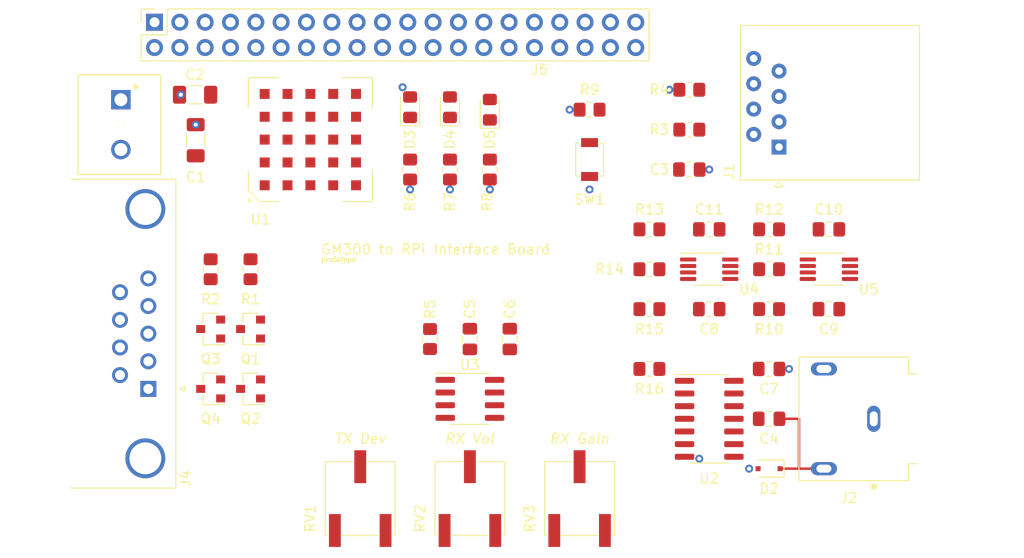
<source format=kicad_pcb>
(kicad_pcb (version 20171130) (host pcbnew "(5.1.9)-1")

  (general
    (thickness 1.6)
    (drawings 9)
    (tracks 17)
    (zones 0)
    (modules 53)
    (nets 79)
  )

  (page A4)
  (layers
    (0 F.Cu signal)
    (1 GND power)
    (2 PWR power)
    (31 B.Cu signal)
    (32 B.Adhes user hide)
    (33 F.Adhes user hide)
    (34 B.Paste user hide)
    (35 F.Paste user hide)
    (36 B.SilkS user hide)
    (37 F.SilkS user)
    (38 B.Mask user hide)
    (39 F.Mask user hide)
    (40 Dwgs.User user)
    (41 Cmts.User user hide)
    (42 Eco1.User user hide)
    (43 Eco2.User user hide)
    (44 Edge.Cuts user)
    (45 Margin user hide)
    (46 B.CrtYd user hide)
    (47 F.CrtYd user hide)
    (48 B.Fab user hide)
    (49 F.Fab user hide)
  )

  (setup
    (last_trace_width 0.25)
    (user_trace_width 0.2)
    (user_trace_width 0.3)
    (user_trace_width 0.4)
    (trace_clearance 0.2)
    (zone_clearance 0.508)
    (zone_45_only no)
    (trace_min 0.2)
    (via_size 0.8)
    (via_drill 0.4)
    (via_min_size 0.4)
    (via_min_drill 0.3)
    (uvia_size 0.3)
    (uvia_drill 0.1)
    (uvias_allowed no)
    (uvia_min_size 0.2)
    (uvia_min_drill 0.1)
    (edge_width 0.05)
    (segment_width 0.2)
    (pcb_text_width 0.3)
    (pcb_text_size 1.5 1.5)
    (mod_edge_width 0.12)
    (mod_text_size 1 1)
    (mod_text_width 0.15)
    (pad_size 1.524 1.524)
    (pad_drill 0.762)
    (pad_to_mask_clearance 0)
    (aux_axis_origin 0 0)
    (grid_origin 165 78)
    (visible_elements 7FFDFFFF)
    (pcbplotparams
      (layerselection 0x010fc_ffffffff)
      (usegerberextensions false)
      (usegerberattributes true)
      (usegerberadvancedattributes true)
      (creategerberjobfile true)
      (excludeedgelayer true)
      (linewidth 0.100000)
      (plotframeref false)
      (viasonmask false)
      (mode 1)
      (useauxorigin false)
      (hpglpennumber 1)
      (hpglpenspeed 20)
      (hpglpendiameter 15.000000)
      (psnegative false)
      (psa4output false)
      (plotreference true)
      (plotvalue true)
      (plotinvisibletext false)
      (padsonsilk false)
      (subtractmaskfromsilk false)
      (outputformat 1)
      (mirror false)
      (drillshape 1)
      (scaleselection 1)
      (outputdirectory ""))
  )

  (net 0 "")
  (net 1 GND)
  (net 2 +BATT)
  (net 3 +5V)
  (net 4 "Net-(C3-Pad1)")
  (net 5 "Net-(C4-Pad2)")
  (net 6 "Net-(C4-Pad1)")
  (net 7 SPK_MUTE)
  (net 8 "Net-(C5-Pad1)")
  (net 9 SPK_OUT)
  (net 10 "Net-(C6-Pad1)")
  (net 11 +3V3)
  (net 12 "Net-(C10-Pad2)")
  (net 13 "Net-(C11-Pad1)")
  (net 14 "Net-(D3-Pad1)")
  (net 15 TX_EN)
  (net 16 "Net-(D4-Pad1)")
  (net 17 ACT)
  (net 18 "Net-(D5-Pad1)")
  (net 19 "Net-(J1-Pad8)")
  (net 20 "Net-(J1-Pad7)")
  (net 21 "Net-(J1-Pad6)")
  (net 22 MIC)
  (net 23 PTT)
  (net 24 "Net-(J1-Pad2)")
  (net 25 "Net-(J1-Pad1)")
  (net 26 "Net-(J2-Pad2)")
  (net 27 "Net-(J4-Pad8)")
  (net 28 "Net-(J4-Pad7)")
  (net 29 "Net-(J4-Pad5)")
  (net 30 RX_AUD)
  (net 31 TX_AUD)
  (net 32 TX_OUT)
  (net 33 "Net-(J5-Pad40)")
  (net 34 "Net-(J5-Pad38)")
  (net 35 "Net-(J5-Pad37)")
  (net 36 "Net-(J5-Pad36)")
  (net 37 "Net-(J5-Pad35)")
  (net 38 "Net-(J5-Pad33)")
  (net 39 "Net-(J5-Pad32)")
  (net 40 PWR_DOWN)
  (net 41 "Net-(J5-Pad28)")
  (net 42 "Net-(J5-Pad27)")
  (net 43 "Net-(J5-Pad26)")
  (net 44 "Net-(J5-Pad25)")
  (net 45 "Net-(J5-Pad24)")
  (net 46 "Net-(J5-Pad23)")
  (net 47 "Net-(J5-Pad22)")
  (net 48 "Net-(J5-Pad21)")
  (net 49 "Net-(J5-Pad20)")
  (net 50 "Net-(J5-Pad19)")
  (net 51 "Net-(J5-Pad18)")
  (net 52 "Net-(J5-Pad17)")
  (net 53 "Net-(J5-Pad16)")
  (net 54 "Net-(J5-Pad15)")
  (net 55 "Net-(J5-Pad13)")
  (net 56 FLT_CLK)
  (net 57 "Net-(J5-Pad11)")
  (net 58 "Net-(J5-Pad10)")
  (net 59 "Net-(J5-Pad8)")
  (net 60 MUTE)
  (net 61 SW1)
  (net 62 SW2)
  (net 63 SPK_AMP)
  (net 64 "Net-(R5-Pad1)")
  (net 65 "Net-(R12-Pad2)")
  (net 66 "Net-(R12-Pad1)")
  (net 67 "Net-(R13-Pad1)")
  (net 68 "Net-(R14-Pad1)")
  (net 69 "Net-(R15-Pad1)")
  (net 70 RX_AUD_INV)
  (net 71 "Net-(R16-Pad1)")
  (net 72 MOD_OUT)
  (net 73 "Net-(U3-Pad8)")
  (net 74 "Net-(U3-Pad7)")
  (net 75 "Net-(U3-Pad1)")
  (net 76 "Net-(U1-PadE5)")
  (net 77 "Net-(U1-PadE1)")
  (net 78 "Net-(U1-PadD1)")

  (net_class Default "This is the default net class."
    (clearance 0.2)
    (trace_width 0.25)
    (via_dia 0.8)
    (via_drill 0.4)
    (uvia_dia 0.3)
    (uvia_drill 0.1)
    (add_net +3V3)
    (add_net +5V)
    (add_net +BATT)
    (add_net ACT)
    (add_net FLT_CLK)
    (add_net GND)
    (add_net MIC)
    (add_net MOD_OUT)
    (add_net MUTE)
    (add_net "Net-(C10-Pad2)")
    (add_net "Net-(C11-Pad1)")
    (add_net "Net-(C3-Pad1)")
    (add_net "Net-(C4-Pad1)")
    (add_net "Net-(C4-Pad2)")
    (add_net "Net-(C5-Pad1)")
    (add_net "Net-(C6-Pad1)")
    (add_net "Net-(D3-Pad1)")
    (add_net "Net-(D4-Pad1)")
    (add_net "Net-(D5-Pad1)")
    (add_net "Net-(J1-Pad1)")
    (add_net "Net-(J1-Pad2)")
    (add_net "Net-(J1-Pad6)")
    (add_net "Net-(J1-Pad7)")
    (add_net "Net-(J1-Pad8)")
    (add_net "Net-(J2-Pad2)")
    (add_net "Net-(J4-Pad5)")
    (add_net "Net-(J4-Pad7)")
    (add_net "Net-(J4-Pad8)")
    (add_net "Net-(J5-Pad10)")
    (add_net "Net-(J5-Pad11)")
    (add_net "Net-(J5-Pad13)")
    (add_net "Net-(J5-Pad15)")
    (add_net "Net-(J5-Pad16)")
    (add_net "Net-(J5-Pad17)")
    (add_net "Net-(J5-Pad18)")
    (add_net "Net-(J5-Pad19)")
    (add_net "Net-(J5-Pad20)")
    (add_net "Net-(J5-Pad21)")
    (add_net "Net-(J5-Pad22)")
    (add_net "Net-(J5-Pad23)")
    (add_net "Net-(J5-Pad24)")
    (add_net "Net-(J5-Pad25)")
    (add_net "Net-(J5-Pad26)")
    (add_net "Net-(J5-Pad27)")
    (add_net "Net-(J5-Pad28)")
    (add_net "Net-(J5-Pad32)")
    (add_net "Net-(J5-Pad33)")
    (add_net "Net-(J5-Pad35)")
    (add_net "Net-(J5-Pad36)")
    (add_net "Net-(J5-Pad37)")
    (add_net "Net-(J5-Pad38)")
    (add_net "Net-(J5-Pad40)")
    (add_net "Net-(J5-Pad8)")
    (add_net "Net-(R12-Pad1)")
    (add_net "Net-(R12-Pad2)")
    (add_net "Net-(R13-Pad1)")
    (add_net "Net-(R14-Pad1)")
    (add_net "Net-(R15-Pad1)")
    (add_net "Net-(R16-Pad1)")
    (add_net "Net-(R5-Pad1)")
    (add_net "Net-(U1-PadD1)")
    (add_net "Net-(U1-PadE1)")
    (add_net "Net-(U1-PadE5)")
    (add_net "Net-(U3-Pad1)")
    (add_net "Net-(U3-Pad7)")
    (add_net "Net-(U3-Pad8)")
    (add_net PTT)
    (add_net PWR_DOWN)
    (add_net RX_AUD)
    (add_net RX_AUD_INV)
    (add_net SPK_AMP)
    (add_net SPK_MUTE)
    (add_net SPK_OUT)
    (add_net SW1)
    (add_net SW2)
    (add_net TX_AUD)
    (add_net TX_EN)
    (add_net TX_OUT)
  )

  (module Package_SO:SOIC-8_3.9x4.9mm_P1.27mm (layer F.Cu) (tedit 5D9F72B1) (tstamp 6071FD91)
    (at 205 90)
    (descr "SOIC, 8 Pin (JEDEC MS-012AA, https://www.analog.com/media/en/package-pcb-resources/package/pkg_pdf/soic_narrow-r/r_8.pdf), generated with kicad-footprint-generator ipc_gullwing_generator.py")
    (tags "SOIC SO")
    (path /604AAE1F)
    (attr smd)
    (fp_text reference U3 (at 0 -3.4) (layer F.SilkS)
      (effects (font (size 1 1) (thickness 0.15)))
    )
    (fp_text value LM386 (at 0 3.4) (layer F.Fab)
      (effects (font (size 1 1) (thickness 0.15)))
    )
    (fp_text user %R (at 0 0) (layer F.Fab)
      (effects (font (size 0.98 0.98) (thickness 0.15)))
    )
    (fp_line (start 0 2.56) (end 1.95 2.56) (layer F.SilkS) (width 0.12))
    (fp_line (start 0 2.56) (end -1.95 2.56) (layer F.SilkS) (width 0.12))
    (fp_line (start 0 -2.56) (end 1.95 -2.56) (layer F.SilkS) (width 0.12))
    (fp_line (start 0 -2.56) (end -3.45 -2.56) (layer F.SilkS) (width 0.12))
    (fp_line (start -0.975 -2.45) (end 1.95 -2.45) (layer F.Fab) (width 0.1))
    (fp_line (start 1.95 -2.45) (end 1.95 2.45) (layer F.Fab) (width 0.1))
    (fp_line (start 1.95 2.45) (end -1.95 2.45) (layer F.Fab) (width 0.1))
    (fp_line (start -1.95 2.45) (end -1.95 -1.475) (layer F.Fab) (width 0.1))
    (fp_line (start -1.95 -1.475) (end -0.975 -2.45) (layer F.Fab) (width 0.1))
    (fp_line (start -3.7 -2.7) (end -3.7 2.7) (layer F.CrtYd) (width 0.05))
    (fp_line (start -3.7 2.7) (end 3.7 2.7) (layer F.CrtYd) (width 0.05))
    (fp_line (start 3.7 2.7) (end 3.7 -2.7) (layer F.CrtYd) (width 0.05))
    (fp_line (start 3.7 -2.7) (end -3.7 -2.7) (layer F.CrtYd) (width 0.05))
    (pad 8 smd roundrect (at 2.475 -1.905) (size 1.95 0.6) (layers F.Cu F.Paste F.Mask) (roundrect_rratio 0.25)
      (net 73 "Net-(U3-Pad8)"))
    (pad 7 smd roundrect (at 2.475 -0.635) (size 1.95 0.6) (layers F.Cu F.Paste F.Mask) (roundrect_rratio 0.25)
      (net 74 "Net-(U3-Pad7)"))
    (pad 6 smd roundrect (at 2.475 0.635) (size 1.95 0.6) (layers F.Cu F.Paste F.Mask) (roundrect_rratio 0.25)
      (net 2 +BATT))
    (pad 5 smd roundrect (at 2.475 1.905) (size 1.95 0.6) (layers F.Cu F.Paste F.Mask) (roundrect_rratio 0.25)
      (net 10 "Net-(C6-Pad1)"))
    (pad 4 smd roundrect (at -2.475 1.905) (size 1.95 0.6) (layers F.Cu F.Paste F.Mask) (roundrect_rratio 0.25)
      (net 1 GND))
    (pad 3 smd roundrect (at -2.475 0.635) (size 1.95 0.6) (layers F.Cu F.Paste F.Mask) (roundrect_rratio 0.25)
      (net 8 "Net-(C5-Pad1)"))
    (pad 2 smd roundrect (at -2.475 -0.635) (size 1.95 0.6) (layers F.Cu F.Paste F.Mask) (roundrect_rratio 0.25)
      (net 1 GND))
    (pad 1 smd roundrect (at -2.475 -1.905) (size 1.95 0.6) (layers F.Cu F.Paste F.Mask) (roundrect_rratio 0.25)
      (net 75 "Net-(U3-Pad1)"))
    (model ${KISYS3DMOD}/Package_SO.3dshapes/SOIC-8_3.9x4.9mm_P1.27mm.wrl
      (at (xyz 0 0 0))
      (scale (xyz 1 1 1))
      (rotate (xyz 0 0 0))
    )
  )

  (module Connector_RJ:RJ45_Amphenol_54602-x08_Horizontal (layer F.Cu) (tedit 5B103613) (tstamp 606E66C0)
    (at 236 64.75 90)
    (descr "8 Pol Shallow Latch Connector, Modjack, RJ45 (https://cdn.amphenol-icc.com/media/wysiwyg/files/drawing/c-bmj-0102.pdf)")
    (tags RJ45)
    (path /603E7A95)
    (fp_text reference J1 (at -2.5 -5 90) (layer F.SilkS)
      (effects (font (size 1 1) (thickness 0.15)))
    )
    (fp_text value RJ45 (at 4.445 4 90) (layer F.Fab)
      (effects (font (size 1 1) (thickness 0.15)))
    )
    (fp_line (start -4 0.5) (end -3.5 0) (layer F.SilkS) (width 0.12))
    (fp_line (start -4 -0.5) (end -4 0.5) (layer F.SilkS) (width 0.12))
    (fp_line (start -3.5 0) (end -4 -0.5) (layer F.SilkS) (width 0.12))
    (fp_line (start -3.205 13.97) (end -3.205 -2.77) (layer F.Fab) (width 0.12))
    (fp_line (start 12.095 13.97) (end -3.205 13.97) (layer F.Fab) (width 0.12))
    (fp_line (start 12.095 -3.77) (end 12.095 13.97) (layer F.Fab) (width 0.12))
    (fp_line (start -2.205 -3.77) (end 12.095 -3.77) (layer F.Fab) (width 0.12))
    (fp_line (start -3.205 -2.77) (end -2.205 -3.77) (layer F.Fab) (width 0.12))
    (fp_line (start -3.315 14.08) (end 12.205 14.08) (layer F.SilkS) (width 0.12))
    (fp_line (start 12.205 -3.88) (end 12.205 14.08) (layer F.SilkS) (width 0.12))
    (fp_line (start 12.205 -3.88) (end -3.315 -3.88) (layer F.SilkS) (width 0.12))
    (fp_line (start -3.315 -3.88) (end -3.315 14.08) (layer F.SilkS) (width 0.12))
    (fp_line (start -3.71 -4.27) (end 12.6 -4.27) (layer F.CrtYd) (width 0.05))
    (fp_line (start -3.71 -4.27) (end -3.71 14.47) (layer F.CrtYd) (width 0.05))
    (fp_line (start 12.6 14.47) (end 12.6 -4.27) (layer F.CrtYd) (width 0.05))
    (fp_line (start 12.6 14.47) (end -3.71 14.47) (layer F.CrtYd) (width 0.05))
    (fp_text user %R (at 4.445 2 90) (layer F.Fab)
      (effects (font (size 1 1) (thickness 0.15)))
    )
    (pad 8 thru_hole circle (at 8.89 -2.54 90) (size 1.5 1.5) (drill 0.76) (layers *.Cu *.Mask)
      (net 19 "Net-(J1-Pad8)"))
    (pad 7 thru_hole circle (at 7.62 0 90) (size 1.5 1.5) (drill 0.76) (layers *.Cu *.Mask)
      (net 20 "Net-(J1-Pad7)"))
    (pad 6 thru_hole circle (at 6.35 -2.54 90) (size 1.5 1.5) (drill 0.76) (layers *.Cu *.Mask)
      (net 21 "Net-(J1-Pad6)"))
    (pad 5 thru_hole circle (at 5.08 0 90) (size 1.5 1.5) (drill 0.76) (layers *.Cu *.Mask)
      (net 1 GND))
    (pad 4 thru_hole circle (at 3.81 -2.54 90) (size 1.5 1.5) (drill 0.76) (layers *.Cu *.Mask)
      (net 22 MIC))
    (pad 3 thru_hole circle (at 2.54 0 90) (size 1.5 1.5) (drill 0.76) (layers *.Cu *.Mask)
      (net 23 PTT))
    (pad 2 thru_hole circle (at 1.27 -2.54 90) (size 1.5 1.5) (drill 0.76) (layers *.Cu *.Mask)
      (net 24 "Net-(J1-Pad2)"))
    (pad 1 thru_hole rect (at 0 0 90) (size 1.5 1.5) (drill 0.76) (layers *.Cu *.Mask)
      (net 25 "Net-(J1-Pad1)"))
    (pad "" np_thru_hole circle (at -1.27 6.35 90) (size 3.2 3.2) (drill 3.2) (layers *.Cu *.Mask))
    (pad "" np_thru_hole circle (at 10.16 6.35 90) (size 3.2 3.2) (drill 3.2) (layers *.Cu *.Mask))
    (model ${KISYS3DMOD}/Connector_RJ.3dshapes/RJ45_Amphenol_54602-x08_Horizontal.wrl
      (at (xyz 0 0 0))
      (scale (xyz 1 1 1))
      (rotate (xyz 0 0 0))
    )
  )

  (module Diode_SMD:D_SOD-323F (layer F.Cu) (tedit 590A48EB) (tstamp 607209AA)
    (at 235 97 180)
    (descr "SOD-323F http://www.nxp.com/documents/outline_drawing/SOD323F.pdf")
    (tags SOD-323F)
    (path /6041347D)
    (attr smd)
    (fp_text reference D2 (at 0 -2) (layer F.SilkS)
      (effects (font (size 1 1) (thickness 0.15)))
    )
    (fp_text value 2V7 (at 0.1 1.9) (layer F.Fab)
      (effects (font (size 1 1) (thickness 0.15)))
    )
    (fp_line (start -1.5 -0.85) (end -1.5 0.85) (layer F.SilkS) (width 0.12))
    (fp_line (start 0.2 0) (end 0.45 0) (layer F.Fab) (width 0.1))
    (fp_line (start 0.2 0.35) (end -0.3 0) (layer F.Fab) (width 0.1))
    (fp_line (start 0.2 -0.35) (end 0.2 0.35) (layer F.Fab) (width 0.1))
    (fp_line (start -0.3 0) (end 0.2 -0.35) (layer F.Fab) (width 0.1))
    (fp_line (start -0.3 0) (end -0.5 0) (layer F.Fab) (width 0.1))
    (fp_line (start -0.3 -0.35) (end -0.3 0.35) (layer F.Fab) (width 0.1))
    (fp_line (start -0.9 0.7) (end -0.9 -0.7) (layer F.Fab) (width 0.1))
    (fp_line (start 0.9 0.7) (end -0.9 0.7) (layer F.Fab) (width 0.1))
    (fp_line (start 0.9 -0.7) (end 0.9 0.7) (layer F.Fab) (width 0.1))
    (fp_line (start -0.9 -0.7) (end 0.9 -0.7) (layer F.Fab) (width 0.1))
    (fp_line (start -1.6 -0.95) (end 1.6 -0.95) (layer F.CrtYd) (width 0.05))
    (fp_line (start 1.6 -0.95) (end 1.6 0.95) (layer F.CrtYd) (width 0.05))
    (fp_line (start -1.6 0.95) (end 1.6 0.95) (layer F.CrtYd) (width 0.05))
    (fp_line (start -1.6 -0.95) (end -1.6 0.95) (layer F.CrtYd) (width 0.05))
    (fp_line (start -1.5 0.85) (end 1.05 0.85) (layer F.SilkS) (width 0.12))
    (fp_line (start -1.5 -0.85) (end 1.05 -0.85) (layer F.SilkS) (width 0.12))
    (fp_text user %R (at 0 -1.85) (layer F.Fab)
      (effects (font (size 1 1) (thickness 0.15)))
    )
    (pad 2 smd rect (at 1.1 0 180) (size 0.5 0.5) (layers F.Cu F.Paste F.Mask)
      (net 1 GND))
    (pad 1 smd rect (at -1.1 0 180) (size 0.5 0.5) (layers F.Cu F.Paste F.Mask)
      (net 6 "Net-(C4-Pad1)"))
    (model ${KISYS3DMOD}/Diode_SMD.3dshapes/D_SOD-323F.wrl
      (at (xyz 0 0 0))
      (scale (xyz 1 1 1))
      (rotate (xyz 0 0 0))
    )
  )

  (module Capacitor_SMD:C_1206_3216Metric_Pad1.33x1.80mm_HandSolder (layer F.Cu) (tedit 5F68FEEF) (tstamp 606E4E54)
    (at 177.4375 59.5 180)
    (descr "Capacitor SMD 1206 (3216 Metric), square (rectangular) end terminal, IPC_7351 nominal with elongated pad for handsoldering. (Body size source: IPC-SM-782 page 76, https://www.pcb-3d.com/wordpress/wp-content/uploads/ipc-sm-782a_amendment_1_and_2.pdf), generated with kicad-footprint-generator")
    (tags "capacitor handsolder")
    (path /6054D08D)
    (attr smd)
    (fp_text reference C2 (at 0 2) (layer F.SilkS)
      (effects (font (size 1 1) (thickness 0.15)))
    )
    (fp_text value "1000 uF" (at 0 1.85) (layer F.Fab)
      (effects (font (size 1 1) (thickness 0.15)))
    )
    (fp_line (start 2.48 1.15) (end -2.48 1.15) (layer F.CrtYd) (width 0.05))
    (fp_line (start 2.48 -1.15) (end 2.48 1.15) (layer F.CrtYd) (width 0.05))
    (fp_line (start -2.48 -1.15) (end 2.48 -1.15) (layer F.CrtYd) (width 0.05))
    (fp_line (start -2.48 1.15) (end -2.48 -1.15) (layer F.CrtYd) (width 0.05))
    (fp_line (start -0.711252 0.91) (end 0.711252 0.91) (layer F.SilkS) (width 0.12))
    (fp_line (start -0.711252 -0.91) (end 0.711252 -0.91) (layer F.SilkS) (width 0.12))
    (fp_line (start 1.6 0.8) (end -1.6 0.8) (layer F.Fab) (width 0.1))
    (fp_line (start 1.6 -0.8) (end 1.6 0.8) (layer F.Fab) (width 0.1))
    (fp_line (start -1.6 -0.8) (end 1.6 -0.8) (layer F.Fab) (width 0.1))
    (fp_line (start -1.6 0.8) (end -1.6 -0.8) (layer F.Fab) (width 0.1))
    (fp_text user %R (at 0 0) (layer F.Fab)
      (effects (font (size 0.8 0.8) (thickness 0.12)))
    )
    (pad 2 smd roundrect (at 1.5625 0 180) (size 1.325 1.8) (layers F.Cu F.Paste F.Mask) (roundrect_rratio 0.188679)
      (net 1 GND))
    (pad 1 smd roundrect (at -1.5625 0 180) (size 1.325 1.8) (layers F.Cu F.Paste F.Mask) (roundrect_rratio 0.188679)
      (net 3 +5V))
    (model ${KISYS3DMOD}/Capacitor_SMD.3dshapes/C_1206_3216Metric.wrl
      (at (xyz 0 0 0))
      (scale (xyz 1 1 1))
      (rotate (xyz 0 0 0))
    )
  )

  (module Capacitor_SMD:C_1206_3216Metric_Pad1.33x1.80mm_HandSolder (layer F.Cu) (tedit 5F68FEEF) (tstamp 606F8B61)
    (at 177.5 64.0625 90)
    (descr "Capacitor SMD 1206 (3216 Metric), square (rectangular) end terminal, IPC_7351 nominal with elongated pad for handsoldering. (Body size source: IPC-SM-782 page 76, https://www.pcb-3d.com/wordpress/wp-content/uploads/ipc-sm-782a_amendment_1_and_2.pdf), generated with kicad-footprint-generator")
    (tags "capacitor handsolder")
    (path /6054C3EF)
    (attr smd)
    (fp_text reference C1 (at -3.6875 0 180) (layer F.SilkS)
      (effects (font (size 1 1) (thickness 0.15)))
    )
    (fp_text value "1000 uF" (at 0 1.85 90) (layer F.Fab)
      (effects (font (size 1 1) (thickness 0.15)))
    )
    (fp_line (start 2.48 1.15) (end -2.48 1.15) (layer F.CrtYd) (width 0.05))
    (fp_line (start 2.48 -1.15) (end 2.48 1.15) (layer F.CrtYd) (width 0.05))
    (fp_line (start -2.48 -1.15) (end 2.48 -1.15) (layer F.CrtYd) (width 0.05))
    (fp_line (start -2.48 1.15) (end -2.48 -1.15) (layer F.CrtYd) (width 0.05))
    (fp_line (start -0.711252 0.91) (end 0.711252 0.91) (layer F.SilkS) (width 0.12))
    (fp_line (start -0.711252 -0.91) (end 0.711252 -0.91) (layer F.SilkS) (width 0.12))
    (fp_line (start 1.6 0.8) (end -1.6 0.8) (layer F.Fab) (width 0.1))
    (fp_line (start 1.6 -0.8) (end 1.6 0.8) (layer F.Fab) (width 0.1))
    (fp_line (start -1.6 -0.8) (end 1.6 -0.8) (layer F.Fab) (width 0.1))
    (fp_line (start -1.6 0.8) (end -1.6 -0.8) (layer F.Fab) (width 0.1))
    (fp_text user %R (at 0 0 90) (layer F.Fab)
      (effects (font (size 0.8 0.8) (thickness 0.12)))
    )
    (pad 2 smd roundrect (at 1.5625 0 90) (size 1.325 1.8) (layers F.Cu F.Paste F.Mask) (roundrect_rratio 0.188679)
      (net 1 GND))
    (pad 1 smd roundrect (at -1.5625 0 90) (size 1.325 1.8) (layers F.Cu F.Paste F.Mask) (roundrect_rratio 0.188679)
      (net 2 +BATT))
    (model ${KISYS3DMOD}/Capacitor_SMD.3dshapes/C_1206_3216Metric.wrl
      (at (xyz 0 0 0))
      (scale (xyz 1 1 1))
      (rotate (xyz 0 0 0))
    )
  )

  (module MountingHole:MountingHole_2.7mm_M2.5 (layer F.Cu) (tedit 56D1B4CB) (tstamp 606F716B)
    (at 226.5 102.5)
    (descr "Mounting Hole 2.7mm, no annular, M2.5")
    (tags "mounting hole 2.7mm no annular m2.5")
    (path /607A93B8)
    (attr virtual)
    (fp_text reference H4 (at 0 0) (layer F.SilkS)
      (effects (font (size 1 1) (thickness 0.15)))
    )
    (fp_text value MountingHole (at 0 3.7) (layer F.Fab)
      (effects (font (size 1 1) (thickness 0.15)))
    )
    (fp_circle (center 0 0) (end 2.95 0) (layer F.CrtYd) (width 0.05))
    (fp_circle (center 0 0) (end 2.7 0) (layer Cmts.User) (width 0.15))
    (fp_text user %R (at 0.3 0) (layer F.Fab)
      (effects (font (size 1 1) (thickness 0.15)))
    )
    (pad 1 np_thru_hole circle (at 0 0) (size 2.7 2.7) (drill 2.7) (layers *.Cu *.Mask))
  )

  (module MountingHole:MountingHole_2.7mm_M2.5 (layer F.Cu) (tedit 56D1B4CB) (tstamp 606F7867)
    (at 226.5 53.5)
    (descr "Mounting Hole 2.7mm, no annular, M2.5")
    (tags "mounting hole 2.7mm no annular m2.5")
    (path /607AA0EA)
    (attr virtual)
    (fp_text reference H3 (at 0 0) (layer F.SilkS)
      (effects (font (size 1 1) (thickness 0.15)))
    )
    (fp_text value MountingHole (at 0 3.7) (layer F.Fab)
      (effects (font (size 1 1) (thickness 0.15)))
    )
    (fp_circle (center 0 0) (end 2.95 0) (layer F.CrtYd) (width 0.05))
    (fp_circle (center 0 0) (end 2.7 0) (layer Cmts.User) (width 0.15))
    (fp_text user %R (at 0.3 0) (layer F.Fab)
      (effects (font (size 1 1) (thickness 0.15)))
    )
    (pad 1 np_thru_hole circle (at 0 0) (size 2.7 2.7) (drill 2.7) (layers *.Cu *.Mask))
  )

  (module MountingHole:MountingHole_2.7mm_M2.5 (layer F.Cu) (tedit 56D1B4CB) (tstamp 606FC053)
    (at 168.5 53.5)
    (descr "Mounting Hole 2.7mm, no annular, M2.5")
    (tags "mounting hole 2.7mm no annular m2.5")
    (path /607A87E8)
    (attr virtual)
    (fp_text reference H2 (at 0 0) (layer F.SilkS)
      (effects (font (size 1 1) (thickness 0.15)))
    )
    (fp_text value MountingHole (at 0 3.7) (layer F.Fab)
      (effects (font (size 1 1) (thickness 0.15)))
    )
    (fp_circle (center 0 0) (end 2.95 0) (layer F.CrtYd) (width 0.05))
    (fp_circle (center 0 0) (end 2.7 0) (layer Cmts.User) (width 0.15))
    (fp_text user %R (at 0.3 0) (layer F.Fab)
      (effects (font (size 1 1) (thickness 0.15)))
    )
    (pad 1 np_thru_hole circle (at 0 0) (size 2.7 2.7) (drill 2.7) (layers *.Cu *.Mask))
  )

  (module MountingHole:MountingHole_2.7mm_M2.5 (layer F.Cu) (tedit 56D1B4CB) (tstamp 606F9C3D)
    (at 168.5 102.5)
    (descr "Mounting Hole 2.7mm, no annular, M2.5")
    (tags "mounting hole 2.7mm no annular m2.5")
    (path /607A7869)
    (attr virtual)
    (fp_text reference H1 (at 0 0) (layer F.SilkS)
      (effects (font (size 1 1) (thickness 0.15)))
    )
    (fp_text value MountingHole (at 0 3.7) (layer F.Fab)
      (effects (font (size 1 1) (thickness 0.15)))
    )
    (fp_circle (center 0 0) (end 2.95 0) (layer F.CrtYd) (width 0.05))
    (fp_circle (center 0 0) (end 2.7 0) (layer Cmts.User) (width 0.15))
    (fp_text user %R (at 0.3 0) (layer F.Fab)
      (effects (font (size 1 1) (thickness 0.15)))
    )
    (pad 1 np_thru_hole circle (at 0 0) (size 2.7 2.7) (drill 2.7) (layers *.Cu *.Mask))
  )

  (module Resistor_SMD:R_0805_2012Metric_Pad1.20x1.40mm_HandSolder (layer F.Cu) (tedit 5F68FEEE) (tstamp 606FB09E)
    (at 223 87)
    (descr "Resistor SMD 0805 (2012 Metric), square (rectangular) end terminal, IPC_7351 nominal with elongated pad for handsoldering. (Body size source: IPC-SM-782 page 72, https://www.pcb-3d.com/wordpress/wp-content/uploads/ipc-sm-782a_amendment_1_and_2.pdf), generated with kicad-footprint-generator")
    (tags "resistor handsolder")
    (path /60549FFC/60561E05)
    (attr smd)
    (fp_text reference R16 (at 0 2) (layer F.SilkS)
      (effects (font (size 1 1) (thickness 0.15)))
    )
    (fp_text value 33K (at 0 1.65) (layer F.Fab)
      (effects (font (size 1 1) (thickness 0.15)))
    )
    (fp_line (start -1 0.625) (end -1 -0.625) (layer F.Fab) (width 0.1))
    (fp_line (start -1 -0.625) (end 1 -0.625) (layer F.Fab) (width 0.1))
    (fp_line (start 1 -0.625) (end 1 0.625) (layer F.Fab) (width 0.1))
    (fp_line (start 1 0.625) (end -1 0.625) (layer F.Fab) (width 0.1))
    (fp_line (start -0.227064 -0.735) (end 0.227064 -0.735) (layer F.SilkS) (width 0.12))
    (fp_line (start -0.227064 0.735) (end 0.227064 0.735) (layer F.SilkS) (width 0.12))
    (fp_line (start -1.85 0.95) (end -1.85 -0.95) (layer F.CrtYd) (width 0.05))
    (fp_line (start -1.85 -0.95) (end 1.85 -0.95) (layer F.CrtYd) (width 0.05))
    (fp_line (start 1.85 -0.95) (end 1.85 0.95) (layer F.CrtYd) (width 0.05))
    (fp_line (start 1.85 0.95) (end -1.85 0.95) (layer F.CrtYd) (width 0.05))
    (fp_text user %R (at 0 0) (layer F.Fab)
      (effects (font (size 0.5 0.5) (thickness 0.08)))
    )
    (pad 1 smd roundrect (at -1 0) (size 1.2 1.4) (layers F.Cu F.Paste F.Mask) (roundrect_rratio 0.208333)
      (net 71 "Net-(R16-Pad1)"))
    (pad 2 smd roundrect (at 1 0) (size 1.2 1.4) (layers F.Cu F.Paste F.Mask) (roundrect_rratio 0.208333)
      (net 70 RX_AUD_INV))
    (model ${KISYS3DMOD}/Resistor_SMD.3dshapes/R_0805_2012Metric.wrl
      (at (xyz 0 0 0))
      (scale (xyz 1 1 1))
      (rotate (xyz 0 0 0))
    )
  )

  (module Resistor_SMD:R_0805_2012Metric_Pad1.20x1.40mm_HandSolder (layer F.Cu) (tedit 5F68FEEE) (tstamp 606FB234)
    (at 223 81)
    (descr "Resistor SMD 0805 (2012 Metric), square (rectangular) end terminal, IPC_7351 nominal with elongated pad for handsoldering. (Body size source: IPC-SM-782 page 72, https://www.pcb-3d.com/wordpress/wp-content/uploads/ipc-sm-782a_amendment_1_and_2.pdf), generated with kicad-footprint-generator")
    (tags "resistor handsolder")
    (path /60549FFC/60561DB9)
    (attr smd)
    (fp_text reference R15 (at 0 2) (layer F.SilkS)
      (effects (font (size 1 1) (thickness 0.15)))
    )
    (fp_text value 100R (at 0 1.65) (layer F.Fab)
      (effects (font (size 1 1) (thickness 0.15)))
    )
    (fp_line (start 1.85 0.95) (end -1.85 0.95) (layer F.CrtYd) (width 0.05))
    (fp_line (start 1.85 -0.95) (end 1.85 0.95) (layer F.CrtYd) (width 0.05))
    (fp_line (start -1.85 -0.95) (end 1.85 -0.95) (layer F.CrtYd) (width 0.05))
    (fp_line (start -1.85 0.95) (end -1.85 -0.95) (layer F.CrtYd) (width 0.05))
    (fp_line (start -0.227064 0.735) (end 0.227064 0.735) (layer F.SilkS) (width 0.12))
    (fp_line (start -0.227064 -0.735) (end 0.227064 -0.735) (layer F.SilkS) (width 0.12))
    (fp_line (start 1 0.625) (end -1 0.625) (layer F.Fab) (width 0.1))
    (fp_line (start 1 -0.625) (end 1 0.625) (layer F.Fab) (width 0.1))
    (fp_line (start -1 -0.625) (end 1 -0.625) (layer F.Fab) (width 0.1))
    (fp_line (start -1 0.625) (end -1 -0.625) (layer F.Fab) (width 0.1))
    (fp_text user %R (at 0 0) (layer F.Fab)
      (effects (font (size 0.5 0.5) (thickness 0.08)))
    )
    (pad 2 smd roundrect (at 1 0) (size 1.2 1.4) (layers F.Cu F.Paste F.Mask) (roundrect_rratio 0.208333)
      (net 68 "Net-(R14-Pad1)"))
    (pad 1 smd roundrect (at -1 0) (size 1.2 1.4) (layers F.Cu F.Paste F.Mask) (roundrect_rratio 0.208333)
      (net 69 "Net-(R15-Pad1)"))
    (model ${KISYS3DMOD}/Resistor_SMD.3dshapes/R_0805_2012Metric.wrl
      (at (xyz 0 0 0))
      (scale (xyz 1 1 1))
      (rotate (xyz 0 0 0))
    )
  )

  (module Resistor_SMD:R_0805_2012Metric_Pad1.20x1.40mm_HandSolder (layer F.Cu) (tedit 5F68FEEE) (tstamp 606FB1E3)
    (at 223 77 180)
    (descr "Resistor SMD 0805 (2012 Metric), square (rectangular) end terminal, IPC_7351 nominal with elongated pad for handsoldering. (Body size source: IPC-SM-782 page 72, https://www.pcb-3d.com/wordpress/wp-content/uploads/ipc-sm-782a_amendment_1_and_2.pdf), generated with kicad-footprint-generator")
    (tags "resistor handsolder")
    (path /60549FFC/60561DB2)
    (attr smd)
    (fp_text reference R14 (at 4 0) (layer F.SilkS)
      (effects (font (size 1 1) (thickness 0.15)))
    )
    (fp_text value 10K (at 0 1.65) (layer F.Fab)
      (effects (font (size 1 1) (thickness 0.15)))
    )
    (fp_line (start 1.85 0.95) (end -1.85 0.95) (layer F.CrtYd) (width 0.05))
    (fp_line (start 1.85 -0.95) (end 1.85 0.95) (layer F.CrtYd) (width 0.05))
    (fp_line (start -1.85 -0.95) (end 1.85 -0.95) (layer F.CrtYd) (width 0.05))
    (fp_line (start -1.85 0.95) (end -1.85 -0.95) (layer F.CrtYd) (width 0.05))
    (fp_line (start -0.227064 0.735) (end 0.227064 0.735) (layer F.SilkS) (width 0.12))
    (fp_line (start -0.227064 -0.735) (end 0.227064 -0.735) (layer F.SilkS) (width 0.12))
    (fp_line (start 1 0.625) (end -1 0.625) (layer F.Fab) (width 0.1))
    (fp_line (start 1 -0.625) (end 1 0.625) (layer F.Fab) (width 0.1))
    (fp_line (start -1 -0.625) (end 1 -0.625) (layer F.Fab) (width 0.1))
    (fp_line (start -1 0.625) (end -1 -0.625) (layer F.Fab) (width 0.1))
    (fp_text user %R (at 0 0) (layer F.Fab)
      (effects (font (size 0.5 0.5) (thickness 0.08)))
    )
    (pad 2 smd roundrect (at 1 0 180) (size 1.2 1.4) (layers F.Cu F.Paste F.Mask) (roundrect_rratio 0.208333)
      (net 67 "Net-(R13-Pad1)"))
    (pad 1 smd roundrect (at -1 0 180) (size 1.2 1.4) (layers F.Cu F.Paste F.Mask) (roundrect_rratio 0.208333)
      (net 68 "Net-(R14-Pad1)"))
    (model ${KISYS3DMOD}/Resistor_SMD.3dshapes/R_0805_2012Metric.wrl
      (at (xyz 0 0 0))
      (scale (xyz 1 1 1))
      (rotate (xyz 0 0 0))
    )
  )

  (module Resistor_SMD:R_0805_2012Metric_Pad1.20x1.40mm_HandSolder (layer F.Cu) (tedit 5F68FEEE) (tstamp 606FB285)
    (at 223 73)
    (descr "Resistor SMD 0805 (2012 Metric), square (rectangular) end terminal, IPC_7351 nominal with elongated pad for handsoldering. (Body size source: IPC-SM-782 page 72, https://www.pcb-3d.com/wordpress/wp-content/uploads/ipc-sm-782a_amendment_1_and_2.pdf), generated with kicad-footprint-generator")
    (tags "resistor handsolder")
    (path /60549FFC/60561DA0)
    (attr smd)
    (fp_text reference R13 (at 0 -2) (layer F.SilkS)
      (effects (font (size 1 1) (thickness 0.15)))
    )
    (fp_text value 10K (at 0 1.65) (layer F.Fab)
      (effects (font (size 1 1) (thickness 0.15)))
    )
    (fp_line (start 1.85 0.95) (end -1.85 0.95) (layer F.CrtYd) (width 0.05))
    (fp_line (start 1.85 -0.95) (end 1.85 0.95) (layer F.CrtYd) (width 0.05))
    (fp_line (start -1.85 -0.95) (end 1.85 -0.95) (layer F.CrtYd) (width 0.05))
    (fp_line (start -1.85 0.95) (end -1.85 -0.95) (layer F.CrtYd) (width 0.05))
    (fp_line (start -0.227064 0.735) (end 0.227064 0.735) (layer F.SilkS) (width 0.12))
    (fp_line (start -0.227064 -0.735) (end 0.227064 -0.735) (layer F.SilkS) (width 0.12))
    (fp_line (start 1 0.625) (end -1 0.625) (layer F.Fab) (width 0.1))
    (fp_line (start 1 -0.625) (end 1 0.625) (layer F.Fab) (width 0.1))
    (fp_line (start -1 -0.625) (end 1 -0.625) (layer F.Fab) (width 0.1))
    (fp_line (start -1 0.625) (end -1 -0.625) (layer F.Fab) (width 0.1))
    (fp_text user %R (at 0 0) (layer F.Fab)
      (effects (font (size 0.5 0.5) (thickness 0.08)))
    )
    (pad 2 smd roundrect (at 1 0) (size 1.2 1.4) (layers F.Cu F.Paste F.Mask) (roundrect_rratio 0.208333)
      (net 13 "Net-(C11-Pad1)"))
    (pad 1 smd roundrect (at -1 0) (size 1.2 1.4) (layers F.Cu F.Paste F.Mask) (roundrect_rratio 0.208333)
      (net 67 "Net-(R13-Pad1)"))
    (model ${KISYS3DMOD}/Resistor_SMD.3dshapes/R_0805_2012Metric.wrl
      (at (xyz 0 0 0))
      (scale (xyz 1 1 1))
      (rotate (xyz 0 0 0))
    )
  )

  (module Resistor_SMD:R_0805_2012Metric_Pad1.20x1.40mm_HandSolder (layer F.Cu) (tedit 5F68FEEE) (tstamp 606FAA07)
    (at 235 73)
    (descr "Resistor SMD 0805 (2012 Metric), square (rectangular) end terminal, IPC_7351 nominal with elongated pad for handsoldering. (Body size source: IPC-SM-782 page 72, https://www.pcb-3d.com/wordpress/wp-content/uploads/ipc-sm-782a_amendment_1_and_2.pdf), generated with kicad-footprint-generator")
    (tags "resistor handsolder")
    (path /60549FFC/60561DEE)
    (attr smd)
    (fp_text reference R12 (at 0 -2) (layer F.SilkS)
      (effects (font (size 1 1) (thickness 0.15)))
    )
    (fp_text value 10K (at 0 1.65) (layer F.Fab)
      (effects (font (size 1 1) (thickness 0.15)))
    )
    (fp_line (start 1.85 0.95) (end -1.85 0.95) (layer F.CrtYd) (width 0.05))
    (fp_line (start 1.85 -0.95) (end 1.85 0.95) (layer F.CrtYd) (width 0.05))
    (fp_line (start -1.85 -0.95) (end 1.85 -0.95) (layer F.CrtYd) (width 0.05))
    (fp_line (start -1.85 0.95) (end -1.85 -0.95) (layer F.CrtYd) (width 0.05))
    (fp_line (start -0.227064 0.735) (end 0.227064 0.735) (layer F.SilkS) (width 0.12))
    (fp_line (start -0.227064 -0.735) (end 0.227064 -0.735) (layer F.SilkS) (width 0.12))
    (fp_line (start 1 0.625) (end -1 0.625) (layer F.Fab) (width 0.1))
    (fp_line (start 1 -0.625) (end 1 0.625) (layer F.Fab) (width 0.1))
    (fp_line (start -1 -0.625) (end 1 -0.625) (layer F.Fab) (width 0.1))
    (fp_line (start -1 0.625) (end -1 -0.625) (layer F.Fab) (width 0.1))
    (fp_text user %R (at 0 0) (layer F.Fab)
      (effects (font (size 0.5 0.5) (thickness 0.08)))
    )
    (pad 2 smd roundrect (at 1 0) (size 1.2 1.4) (layers F.Cu F.Paste F.Mask) (roundrect_rratio 0.208333)
      (net 65 "Net-(R12-Pad2)"))
    (pad 1 smd roundrect (at -1 0) (size 1.2 1.4) (layers F.Cu F.Paste F.Mask) (roundrect_rratio 0.208333)
      (net 66 "Net-(R12-Pad1)"))
    (model ${KISYS3DMOD}/Resistor_SMD.3dshapes/R_0805_2012Metric.wrl
      (at (xyz 0 0 0))
      (scale (xyz 1 1 1))
      (rotate (xyz 0 0 0))
    )
  )

  (module Resistor_SMD:R_0805_2012Metric_Pad1.20x1.40mm_HandSolder (layer F.Cu) (tedit 5F68FEEE) (tstamp 606FAA37)
    (at 235 77)
    (descr "Resistor SMD 0805 (2012 Metric), square (rectangular) end terminal, IPC_7351 nominal with elongated pad for handsoldering. (Body size source: IPC-SM-782 page 72, https://www.pcb-3d.com/wordpress/wp-content/uploads/ipc-sm-782a_amendment_1_and_2.pdf), generated with kicad-footprint-generator")
    (tags "resistor handsolder")
    (path /60549FFC/60561DA6)
    (attr smd)
    (fp_text reference R11 (at 0 -2) (layer F.SilkS)
      (effects (font (size 1 1) (thickness 0.15)))
    )
    (fp_text value 22K (at 0 1.65) (layer F.Fab)
      (effects (font (size 1 1) (thickness 0.15)))
    )
    (fp_line (start 1.85 0.95) (end -1.85 0.95) (layer F.CrtYd) (width 0.05))
    (fp_line (start 1.85 -0.95) (end 1.85 0.95) (layer F.CrtYd) (width 0.05))
    (fp_line (start -1.85 -0.95) (end 1.85 -0.95) (layer F.CrtYd) (width 0.05))
    (fp_line (start -1.85 0.95) (end -1.85 -0.95) (layer F.CrtYd) (width 0.05))
    (fp_line (start -0.227064 0.735) (end 0.227064 0.735) (layer F.SilkS) (width 0.12))
    (fp_line (start -0.227064 -0.735) (end 0.227064 -0.735) (layer F.SilkS) (width 0.12))
    (fp_line (start 1 0.625) (end -1 0.625) (layer F.Fab) (width 0.1))
    (fp_line (start 1 -0.625) (end 1 0.625) (layer F.Fab) (width 0.1))
    (fp_line (start -1 -0.625) (end 1 -0.625) (layer F.Fab) (width 0.1))
    (fp_line (start -1 0.625) (end -1 -0.625) (layer F.Fab) (width 0.1))
    (fp_text user %R (at 0 0) (layer F.Fab)
      (effects (font (size 0.5 0.5) (thickness 0.08)))
    )
    (pad 2 smd roundrect (at 1 0) (size 1.2 1.4) (layers F.Cu F.Paste F.Mask) (roundrect_rratio 0.208333)
      (net 30 RX_AUD))
    (pad 1 smd roundrect (at -1 0) (size 1.2 1.4) (layers F.Cu F.Paste F.Mask) (roundrect_rratio 0.208333)
      (net 1 GND))
    (model ${KISYS3DMOD}/Resistor_SMD.3dshapes/R_0805_2012Metric.wrl
      (at (xyz 0 0 0))
      (scale (xyz 1 1 1))
      (rotate (xyz 0 0 0))
    )
  )

  (module Resistor_SMD:R_0805_2012Metric_Pad1.20x1.40mm_HandSolder (layer F.Cu) (tedit 5F68FEEE) (tstamp 606FC515)
    (at 235 81 180)
    (descr "Resistor SMD 0805 (2012 Metric), square (rectangular) end terminal, IPC_7351 nominal with elongated pad for handsoldering. (Body size source: IPC-SM-782 page 72, https://www.pcb-3d.com/wordpress/wp-content/uploads/ipc-sm-782a_amendment_1_and_2.pdf), generated with kicad-footprint-generator")
    (tags "resistor handsolder")
    (path /60549FFC/60561DDD)
    (attr smd)
    (fp_text reference R10 (at 0 -2) (layer F.SilkS)
      (effects (font (size 1 1) (thickness 0.15)))
    )
    (fp_text value 22K (at 0 1.65) (layer F.Fab)
      (effects (font (size 1 1) (thickness 0.15)))
    )
    (fp_line (start 1.85 0.95) (end -1.85 0.95) (layer F.CrtYd) (width 0.05))
    (fp_line (start 1.85 -0.95) (end 1.85 0.95) (layer F.CrtYd) (width 0.05))
    (fp_line (start -1.85 -0.95) (end 1.85 -0.95) (layer F.CrtYd) (width 0.05))
    (fp_line (start -1.85 0.95) (end -1.85 -0.95) (layer F.CrtYd) (width 0.05))
    (fp_line (start -0.227064 0.735) (end 0.227064 0.735) (layer F.SilkS) (width 0.12))
    (fp_line (start -0.227064 -0.735) (end 0.227064 -0.735) (layer F.SilkS) (width 0.12))
    (fp_line (start 1 0.625) (end -1 0.625) (layer F.Fab) (width 0.1))
    (fp_line (start 1 -0.625) (end 1 0.625) (layer F.Fab) (width 0.1))
    (fp_line (start -1 -0.625) (end 1 -0.625) (layer F.Fab) (width 0.1))
    (fp_line (start -1 0.625) (end -1 -0.625) (layer F.Fab) (width 0.1))
    (fp_text user %R (at 0 0) (layer F.Fab)
      (effects (font (size 0.5 0.5) (thickness 0.08)))
    )
    (pad 2 smd roundrect (at 1 0 180) (size 1.2 1.4) (layers F.Cu F.Paste F.Mask) (roundrect_rratio 0.208333)
      (net 30 RX_AUD))
    (pad 1 smd roundrect (at -1 0 180) (size 1.2 1.4) (layers F.Cu F.Paste F.Mask) (roundrect_rratio 0.208333)
      (net 11 +3V3))
    (model ${KISYS3DMOD}/Resistor_SMD.3dshapes/R_0805_2012Metric.wrl
      (at (xyz 0 0 0))
      (scale (xyz 1 1 1))
      (rotate (xyz 0 0 0))
    )
  )

  (module Resistor_SMD:R_0805_2012Metric_Pad1.20x1.40mm_HandSolder (layer F.Cu) (tedit 5F68FEEE) (tstamp 606E48EF)
    (at 217 61)
    (descr "Resistor SMD 0805 (2012 Metric), square (rectangular) end terminal, IPC_7351 nominal with elongated pad for handsoldering. (Body size source: IPC-SM-782 page 72, https://www.pcb-3d.com/wordpress/wp-content/uploads/ipc-sm-782a_amendment_1_and_2.pdf), generated with kicad-footprint-generator")
    (tags "resistor handsolder")
    (path /6049961B)
    (attr smd)
    (fp_text reference R9 (at 0 -2) (layer F.SilkS)
      (effects (font (size 1 1) (thickness 0.15)))
    )
    (fp_text value 22K (at 0 1.65) (layer F.Fab)
      (effects (font (size 1 1) (thickness 0.15)))
    )
    (fp_line (start 1.85 0.95) (end -1.85 0.95) (layer F.CrtYd) (width 0.05))
    (fp_line (start 1.85 -0.95) (end 1.85 0.95) (layer F.CrtYd) (width 0.05))
    (fp_line (start -1.85 -0.95) (end 1.85 -0.95) (layer F.CrtYd) (width 0.05))
    (fp_line (start -1.85 0.95) (end -1.85 -0.95) (layer F.CrtYd) (width 0.05))
    (fp_line (start -0.227064 0.735) (end 0.227064 0.735) (layer F.SilkS) (width 0.12))
    (fp_line (start -0.227064 -0.735) (end 0.227064 -0.735) (layer F.SilkS) (width 0.12))
    (fp_line (start 1 0.625) (end -1 0.625) (layer F.Fab) (width 0.1))
    (fp_line (start 1 -0.625) (end 1 0.625) (layer F.Fab) (width 0.1))
    (fp_line (start -1 -0.625) (end 1 -0.625) (layer F.Fab) (width 0.1))
    (fp_line (start -1 0.625) (end -1 -0.625) (layer F.Fab) (width 0.1))
    (fp_text user %R (at 0 0) (layer F.Fab)
      (effects (font (size 0.5 0.5) (thickness 0.08)))
    )
    (pad 2 smd roundrect (at 1 0) (size 1.2 1.4) (layers F.Cu F.Paste F.Mask) (roundrect_rratio 0.208333)
      (net 40 PWR_DOWN))
    (pad 1 smd roundrect (at -1 0) (size 1.2 1.4) (layers F.Cu F.Paste F.Mask) (roundrect_rratio 0.208333)
      (net 11 +3V3))
    (model ${KISYS3DMOD}/Resistor_SMD.3dshapes/R_0805_2012Metric.wrl
      (at (xyz 0 0 0))
      (scale (xyz 1 1 1))
      (rotate (xyz 0 0 0))
    )
  )

  (module Resistor_SMD:R_0805_2012Metric_Pad1.20x1.40mm_HandSolder (layer F.Cu) (tedit 5F68FEEE) (tstamp 606B79CA)
    (at 207 67 270)
    (descr "Resistor SMD 0805 (2012 Metric), square (rectangular) end terminal, IPC_7351 nominal with elongated pad for handsoldering. (Body size source: IPC-SM-782 page 72, https://www.pcb-3d.com/wordpress/wp-content/uploads/ipc-sm-782a_amendment_1_and_2.pdf), generated with kicad-footprint-generator")
    (tags "resistor handsolder")
    (path /603B582A)
    (attr smd)
    (fp_text reference R8 (at 3.25 0.25 90) (layer F.SilkS)
      (effects (font (size 1 1) (thickness 0.15)))
    )
    (fp_text value 2K2 (at 0 1.65 90) (layer F.Fab)
      (effects (font (size 1 1) (thickness 0.15)))
    )
    (fp_line (start 1.85 0.95) (end -1.85 0.95) (layer F.CrtYd) (width 0.05))
    (fp_line (start 1.85 -0.95) (end 1.85 0.95) (layer F.CrtYd) (width 0.05))
    (fp_line (start -1.85 -0.95) (end 1.85 -0.95) (layer F.CrtYd) (width 0.05))
    (fp_line (start -1.85 0.95) (end -1.85 -0.95) (layer F.CrtYd) (width 0.05))
    (fp_line (start -0.227064 0.735) (end 0.227064 0.735) (layer F.SilkS) (width 0.12))
    (fp_line (start -0.227064 -0.735) (end 0.227064 -0.735) (layer F.SilkS) (width 0.12))
    (fp_line (start 1 0.625) (end -1 0.625) (layer F.Fab) (width 0.1))
    (fp_line (start 1 -0.625) (end 1 0.625) (layer F.Fab) (width 0.1))
    (fp_line (start -1 -0.625) (end 1 -0.625) (layer F.Fab) (width 0.1))
    (fp_line (start -1 0.625) (end -1 -0.625) (layer F.Fab) (width 0.1))
    (fp_text user %R (at 0 0 90) (layer F.Fab)
      (effects (font (size 0.5 0.5) (thickness 0.08)))
    )
    (pad 2 smd roundrect (at 1 0 270) (size 1.2 1.4) (layers F.Cu F.Paste F.Mask) (roundrect_rratio 0.208333)
      (net 1 GND))
    (pad 1 smd roundrect (at -1 0 270) (size 1.2 1.4) (layers F.Cu F.Paste F.Mask) (roundrect_rratio 0.208333)
      (net 18 "Net-(D5-Pad1)"))
    (model ${KISYS3DMOD}/Resistor_SMD.3dshapes/R_0805_2012Metric.wrl
      (at (xyz 0 0 0))
      (scale (xyz 1 1 1))
      (rotate (xyz 0 0 0))
    )
  )

  (module Resistor_SMD:R_0805_2012Metric_Pad1.20x1.40mm_HandSolder (layer F.Cu) (tedit 5F68FEEE) (tstamp 606805D5)
    (at 203 67 270)
    (descr "Resistor SMD 0805 (2012 Metric), square (rectangular) end terminal, IPC_7351 nominal with elongated pad for handsoldering. (Body size source: IPC-SM-782 page 72, https://www.pcb-3d.com/wordpress/wp-content/uploads/ipc-sm-782a_amendment_1_and_2.pdf), generated with kicad-footprint-generator")
    (tags "resistor handsolder")
    (path /603B5E99)
    (attr smd)
    (fp_text reference R7 (at 3.25 0 90) (layer F.SilkS)
      (effects (font (size 1 1) (thickness 0.15)))
    )
    (fp_text value 1K (at 0 1.65 90) (layer F.Fab)
      (effects (font (size 1 1) (thickness 0.15)))
    )
    (fp_line (start 1.85 0.95) (end -1.85 0.95) (layer F.CrtYd) (width 0.05))
    (fp_line (start 1.85 -0.95) (end 1.85 0.95) (layer F.CrtYd) (width 0.05))
    (fp_line (start -1.85 -0.95) (end 1.85 -0.95) (layer F.CrtYd) (width 0.05))
    (fp_line (start -1.85 0.95) (end -1.85 -0.95) (layer F.CrtYd) (width 0.05))
    (fp_line (start -0.227064 0.735) (end 0.227064 0.735) (layer F.SilkS) (width 0.12))
    (fp_line (start -0.227064 -0.735) (end 0.227064 -0.735) (layer F.SilkS) (width 0.12))
    (fp_line (start 1 0.625) (end -1 0.625) (layer F.Fab) (width 0.1))
    (fp_line (start 1 -0.625) (end 1 0.625) (layer F.Fab) (width 0.1))
    (fp_line (start -1 -0.625) (end 1 -0.625) (layer F.Fab) (width 0.1))
    (fp_line (start -1 0.625) (end -1 -0.625) (layer F.Fab) (width 0.1))
    (fp_text user %R (at 0 0 90) (layer F.Fab)
      (effects (font (size 0.5 0.5) (thickness 0.08)))
    )
    (pad 2 smd roundrect (at 1 0 270) (size 1.2 1.4) (layers F.Cu F.Paste F.Mask) (roundrect_rratio 0.208333)
      (net 1 GND))
    (pad 1 smd roundrect (at -1 0 270) (size 1.2 1.4) (layers F.Cu F.Paste F.Mask) (roundrect_rratio 0.208333)
      (net 16 "Net-(D4-Pad1)"))
    (model ${KISYS3DMOD}/Resistor_SMD.3dshapes/R_0805_2012Metric.wrl
      (at (xyz 0 0 0))
      (scale (xyz 1 1 1))
      (rotate (xyz 0 0 0))
    )
  )

  (module Resistor_SMD:R_0805_2012Metric_Pad1.20x1.40mm_HandSolder (layer F.Cu) (tedit 5F68FEEE) (tstamp 60680605)
    (at 199 67 270)
    (descr "Resistor SMD 0805 (2012 Metric), square (rectangular) end terminal, IPC_7351 nominal with elongated pad for handsoldering. (Body size source: IPC-SM-782 page 72, https://www.pcb-3d.com/wordpress/wp-content/uploads/ipc-sm-782a_amendment_1_and_2.pdf), generated with kicad-footprint-generator")
    (tags "resistor handsolder")
    (path /603B61D8)
    (attr smd)
    (fp_text reference R6 (at 3.25 0 90) (layer F.SilkS)
      (effects (font (size 1 1) (thickness 0.15)))
    )
    (fp_text value 2K2 (at 0 1.65 90) (layer F.Fab)
      (effects (font (size 1 1) (thickness 0.15)))
    )
    (fp_line (start 1.85 0.95) (end -1.85 0.95) (layer F.CrtYd) (width 0.05))
    (fp_line (start 1.85 -0.95) (end 1.85 0.95) (layer F.CrtYd) (width 0.05))
    (fp_line (start -1.85 -0.95) (end 1.85 -0.95) (layer F.CrtYd) (width 0.05))
    (fp_line (start -1.85 0.95) (end -1.85 -0.95) (layer F.CrtYd) (width 0.05))
    (fp_line (start -0.227064 0.735) (end 0.227064 0.735) (layer F.SilkS) (width 0.12))
    (fp_line (start -0.227064 -0.735) (end 0.227064 -0.735) (layer F.SilkS) (width 0.12))
    (fp_line (start 1 0.625) (end -1 0.625) (layer F.Fab) (width 0.1))
    (fp_line (start 1 -0.625) (end 1 0.625) (layer F.Fab) (width 0.1))
    (fp_line (start -1 -0.625) (end 1 -0.625) (layer F.Fab) (width 0.1))
    (fp_line (start -1 0.625) (end -1 -0.625) (layer F.Fab) (width 0.1))
    (fp_text user %R (at 0 0 90) (layer F.Fab)
      (effects (font (size 0.5 0.5) (thickness 0.08)))
    )
    (pad 2 smd roundrect (at 1 0 270) (size 1.2 1.4) (layers F.Cu F.Paste F.Mask) (roundrect_rratio 0.208333)
      (net 1 GND))
    (pad 1 smd roundrect (at -1 0 270) (size 1.2 1.4) (layers F.Cu F.Paste F.Mask) (roundrect_rratio 0.208333)
      (net 14 "Net-(D3-Pad1)"))
    (model ${KISYS3DMOD}/Resistor_SMD.3dshapes/R_0805_2012Metric.wrl
      (at (xyz 0 0 0))
      (scale (xyz 1 1 1))
      (rotate (xyz 0 0 0))
    )
  )

  (module Resistor_SMD:R_0805_2012Metric_Pad1.20x1.40mm_HandSolder (layer F.Cu) (tedit 5F68FEEE) (tstamp 606FA947)
    (at 201 84 270)
    (descr "Resistor SMD 0805 (2012 Metric), square (rectangular) end terminal, IPC_7351 nominal with elongated pad for handsoldering. (Body size source: IPC-SM-782 page 72, https://www.pcb-3d.com/wordpress/wp-content/uploads/ipc-sm-782a_amendment_1_and_2.pdf), generated with kicad-footprint-generator")
    (tags "resistor handsolder")
    (path /604B35F4)
    (attr smd)
    (fp_text reference R5 (at -3 0 90) (layer F.SilkS)
      (effects (font (size 1 1) (thickness 0.15)))
    )
    (fp_text value 39K (at 0 1.65 90) (layer F.Fab)
      (effects (font (size 1 1) (thickness 0.15)))
    )
    (fp_line (start 1.85 0.95) (end -1.85 0.95) (layer F.CrtYd) (width 0.05))
    (fp_line (start 1.85 -0.95) (end 1.85 0.95) (layer F.CrtYd) (width 0.05))
    (fp_line (start -1.85 -0.95) (end 1.85 -0.95) (layer F.CrtYd) (width 0.05))
    (fp_line (start -1.85 0.95) (end -1.85 -0.95) (layer F.CrtYd) (width 0.05))
    (fp_line (start -0.227064 0.735) (end 0.227064 0.735) (layer F.SilkS) (width 0.12))
    (fp_line (start -0.227064 -0.735) (end 0.227064 -0.735) (layer F.SilkS) (width 0.12))
    (fp_line (start 1 0.625) (end -1 0.625) (layer F.Fab) (width 0.1))
    (fp_line (start 1 -0.625) (end 1 0.625) (layer F.Fab) (width 0.1))
    (fp_line (start -1 -0.625) (end 1 -0.625) (layer F.Fab) (width 0.1))
    (fp_line (start -1 0.625) (end -1 -0.625) (layer F.Fab) (width 0.1))
    (fp_text user %R (at 0 0 90) (layer F.Fab)
      (effects (font (size 0.5 0.5) (thickness 0.08)))
    )
    (pad 2 smd roundrect (at 1 0 270) (size 1.2 1.4) (layers F.Cu F.Paste F.Mask) (roundrect_rratio 0.208333)
      (net 63 SPK_AMP))
    (pad 1 smd roundrect (at -1 0 270) (size 1.2 1.4) (layers F.Cu F.Paste F.Mask) (roundrect_rratio 0.208333)
      (net 64 "Net-(R5-Pad1)"))
    (model ${KISYS3DMOD}/Resistor_SMD.3dshapes/R_0805_2012Metric.wrl
      (at (xyz 0 0 0))
      (scale (xyz 1 1 1))
      (rotate (xyz 0 0 0))
    )
  )

  (module Resistor_SMD:R_0805_2012Metric_Pad1.20x1.40mm_HandSolder (layer F.Cu) (tedit 5F68FEEE) (tstamp 606E68C5)
    (at 227 59)
    (descr "Resistor SMD 0805 (2012 Metric), square (rectangular) end terminal, IPC_7351 nominal with elongated pad for handsoldering. (Body size source: IPC-SM-782 page 72, https://www.pcb-3d.com/wordpress/wp-content/uploads/ipc-sm-782a_amendment_1_and_2.pdf), generated with kicad-footprint-generator")
    (tags "resistor handsolder")
    (path /603EDED2)
    (attr smd)
    (fp_text reference R4 (at -3 0) (layer F.SilkS)
      (effects (font (size 1 1) (thickness 0.15)))
    )
    (fp_text value 680R (at 0 1.65) (layer F.Fab)
      (effects (font (size 1 1) (thickness 0.15)))
    )
    (fp_line (start 1.85 0.95) (end -1.85 0.95) (layer F.CrtYd) (width 0.05))
    (fp_line (start 1.85 -0.95) (end 1.85 0.95) (layer F.CrtYd) (width 0.05))
    (fp_line (start -1.85 -0.95) (end 1.85 -0.95) (layer F.CrtYd) (width 0.05))
    (fp_line (start -1.85 0.95) (end -1.85 -0.95) (layer F.CrtYd) (width 0.05))
    (fp_line (start -0.227064 0.735) (end 0.227064 0.735) (layer F.SilkS) (width 0.12))
    (fp_line (start -0.227064 -0.735) (end 0.227064 -0.735) (layer F.SilkS) (width 0.12))
    (fp_line (start 1 0.625) (end -1 0.625) (layer F.Fab) (width 0.1))
    (fp_line (start 1 -0.625) (end 1 0.625) (layer F.Fab) (width 0.1))
    (fp_line (start -1 -0.625) (end 1 -0.625) (layer F.Fab) (width 0.1))
    (fp_line (start -1 0.625) (end -1 -0.625) (layer F.Fab) (width 0.1))
    (fp_text user %R (at 0 0) (layer F.Fab)
      (effects (font (size 0.5 0.5) (thickness 0.08)))
    )
    (pad 2 smd roundrect (at 1 0) (size 1.2 1.4) (layers F.Cu F.Paste F.Mask) (roundrect_rratio 0.208333)
      (net 4 "Net-(C3-Pad1)"))
    (pad 1 smd roundrect (at -1 0) (size 1.2 1.4) (layers F.Cu F.Paste F.Mask) (roundrect_rratio 0.208333)
      (net 2 +BATT))
    (model ${KISYS3DMOD}/Resistor_SMD.3dshapes/R_0805_2012Metric.wrl
      (at (xyz 0 0 0))
      (scale (xyz 1 1 1))
      (rotate (xyz 0 0 0))
    )
  )

  (module Resistor_SMD:R_0805_2012Metric_Pad1.20x1.40mm_HandSolder (layer F.Cu) (tedit 5F68FEEE) (tstamp 606F9200)
    (at 227 63)
    (descr "Resistor SMD 0805 (2012 Metric), square (rectangular) end terminal, IPC_7351 nominal with elongated pad for handsoldering. (Body size source: IPC-SM-782 page 72, https://www.pcb-3d.com/wordpress/wp-content/uploads/ipc-sm-782a_amendment_1_and_2.pdf), generated with kicad-footprint-generator")
    (tags "resistor handsolder")
    (path /603EC7D0)
    (attr smd)
    (fp_text reference R3 (at -3 0) (layer F.SilkS)
      (effects (font (size 1 1) (thickness 0.15)))
    )
    (fp_text value 390R (at 0 1.65) (layer F.Fab)
      (effects (font (size 1 1) (thickness 0.15)))
    )
    (fp_line (start 1.85 0.95) (end -1.85 0.95) (layer F.CrtYd) (width 0.05))
    (fp_line (start 1.85 -0.95) (end 1.85 0.95) (layer F.CrtYd) (width 0.05))
    (fp_line (start -1.85 -0.95) (end 1.85 -0.95) (layer F.CrtYd) (width 0.05))
    (fp_line (start -1.85 0.95) (end -1.85 -0.95) (layer F.CrtYd) (width 0.05))
    (fp_line (start -0.227064 0.735) (end 0.227064 0.735) (layer F.SilkS) (width 0.12))
    (fp_line (start -0.227064 -0.735) (end 0.227064 -0.735) (layer F.SilkS) (width 0.12))
    (fp_line (start 1 0.625) (end -1 0.625) (layer F.Fab) (width 0.1))
    (fp_line (start 1 -0.625) (end 1 0.625) (layer F.Fab) (width 0.1))
    (fp_line (start -1 -0.625) (end 1 -0.625) (layer F.Fab) (width 0.1))
    (fp_line (start -1 0.625) (end -1 -0.625) (layer F.Fab) (width 0.1))
    (fp_text user %R (at 0 0) (layer F.Fab)
      (effects (font (size 0.5 0.5) (thickness 0.08)))
    )
    (pad 2 smd roundrect (at 1 0) (size 1.2 1.4) (layers F.Cu F.Paste F.Mask) (roundrect_rratio 0.208333)
      (net 22 MIC))
    (pad 1 smd roundrect (at -1 0) (size 1.2 1.4) (layers F.Cu F.Paste F.Mask) (roundrect_rratio 0.208333)
      (net 4 "Net-(C3-Pad1)"))
    (model ${KISYS3DMOD}/Resistor_SMD.3dshapes/R_0805_2012Metric.wrl
      (at (xyz 0 0 0))
      (scale (xyz 1 1 1))
      (rotate (xyz 0 0 0))
    )
  )

  (module Resistor_SMD:R_0805_2012Metric_Pad1.20x1.40mm_HandSolder (layer F.Cu) (tedit 5F68FEEE) (tstamp 606F9C5B)
    (at 179 77 270)
    (descr "Resistor SMD 0805 (2012 Metric), square (rectangular) end terminal, IPC_7351 nominal with elongated pad for handsoldering. (Body size source: IPC-SM-782 page 72, https://www.pcb-3d.com/wordpress/wp-content/uploads/ipc-sm-782a_amendment_1_and_2.pdf), generated with kicad-footprint-generator")
    (tags "resistor handsolder")
    (path /60500841)
    (attr smd)
    (fp_text reference R2 (at 3 0 180) (layer F.SilkS)
      (effects (font (size 1 1) (thickness 0.15)))
    )
    (fp_text value 47K (at 0 1.65 90) (layer F.Fab)
      (effects (font (size 1 1) (thickness 0.15)))
    )
    (fp_line (start 1.85 0.95) (end -1.85 0.95) (layer F.CrtYd) (width 0.05))
    (fp_line (start 1.85 -0.95) (end 1.85 0.95) (layer F.CrtYd) (width 0.05))
    (fp_line (start -1.85 -0.95) (end 1.85 -0.95) (layer F.CrtYd) (width 0.05))
    (fp_line (start -1.85 0.95) (end -1.85 -0.95) (layer F.CrtYd) (width 0.05))
    (fp_line (start -0.227064 0.735) (end 0.227064 0.735) (layer F.SilkS) (width 0.12))
    (fp_line (start -0.227064 -0.735) (end 0.227064 -0.735) (layer F.SilkS) (width 0.12))
    (fp_line (start 1 0.625) (end -1 0.625) (layer F.Fab) (width 0.1))
    (fp_line (start 1 -0.625) (end 1 0.625) (layer F.Fab) (width 0.1))
    (fp_line (start -1 -0.625) (end 1 -0.625) (layer F.Fab) (width 0.1))
    (fp_line (start -1 0.625) (end -1 -0.625) (layer F.Fab) (width 0.1))
    (fp_text user %R (at 0 0 90) (layer F.Fab)
      (effects (font (size 0.5 0.5) (thickness 0.08)))
    )
    (pad 2 smd roundrect (at 1 0 270) (size 1.2 1.4) (layers F.Cu F.Paste F.Mask) (roundrect_rratio 0.208333)
      (net 62 SW2))
    (pad 1 smd roundrect (at -1 0 270) (size 1.2 1.4) (layers F.Cu F.Paste F.Mask) (roundrect_rratio 0.208333)
      (net 2 +BATT))
    (model ${KISYS3DMOD}/Resistor_SMD.3dshapes/R_0805_2012Metric.wrl
      (at (xyz 0 0 0))
      (scale (xyz 1 1 1))
      (rotate (xyz 0 0 0))
    )
  )

  (module Resistor_SMD:R_0805_2012Metric_Pad1.20x1.40mm_HandSolder (layer F.Cu) (tedit 5F68FEEE) (tstamp 606F9C8B)
    (at 183 77 270)
    (descr "Resistor SMD 0805 (2012 Metric), square (rectangular) end terminal, IPC_7351 nominal with elongated pad for handsoldering. (Body size source: IPC-SM-782 page 72, https://www.pcb-3d.com/wordpress/wp-content/uploads/ipc-sm-782a_amendment_1_and_2.pdf), generated with kicad-footprint-generator")
    (tags "resistor handsolder")
    (path /60500254)
    (attr smd)
    (fp_text reference R1 (at 3 0 180) (layer F.SilkS)
      (effects (font (size 1 1) (thickness 0.15)))
    )
    (fp_text value 47K (at 0 1.65 90) (layer F.Fab)
      (effects (font (size 1 1) (thickness 0.15)))
    )
    (fp_line (start 1.85 0.95) (end -1.85 0.95) (layer F.CrtYd) (width 0.05))
    (fp_line (start 1.85 -0.95) (end 1.85 0.95) (layer F.CrtYd) (width 0.05))
    (fp_line (start -1.85 -0.95) (end 1.85 -0.95) (layer F.CrtYd) (width 0.05))
    (fp_line (start -1.85 0.95) (end -1.85 -0.95) (layer F.CrtYd) (width 0.05))
    (fp_line (start -0.227064 0.735) (end 0.227064 0.735) (layer F.SilkS) (width 0.12))
    (fp_line (start -0.227064 -0.735) (end 0.227064 -0.735) (layer F.SilkS) (width 0.12))
    (fp_line (start 1 0.625) (end -1 0.625) (layer F.Fab) (width 0.1))
    (fp_line (start 1 -0.625) (end 1 0.625) (layer F.Fab) (width 0.1))
    (fp_line (start -1 -0.625) (end 1 -0.625) (layer F.Fab) (width 0.1))
    (fp_line (start -1 0.625) (end -1 -0.625) (layer F.Fab) (width 0.1))
    (fp_text user %R (at 0 0 90) (layer F.Fab)
      (effects (font (size 0.5 0.5) (thickness 0.08)))
    )
    (pad 2 smd roundrect (at 1 0 270) (size 1.2 1.4) (layers F.Cu F.Paste F.Mask) (roundrect_rratio 0.208333)
      (net 61 SW1))
    (pad 1 smd roundrect (at -1 0 270) (size 1.2 1.4) (layers F.Cu F.Paste F.Mask) (roundrect_rratio 0.208333)
      (net 2 +BATT))
    (model ${KISYS3DMOD}/Resistor_SMD.3dshapes/R_0805_2012Metric.wrl
      (at (xyz 0 0 0))
      (scale (xyz 1 1 1))
      (rotate (xyz 0 0 0))
    )
  )

  (module LED_SMD:LED_0805_2012Metric_Pad1.15x1.40mm_HandSolder (layer F.Cu) (tedit 5F68FEF1) (tstamp 60680AB3)
    (at 207 61 90)
    (descr "LED SMD 0805 (2012 Metric), square (rectangular) end terminal, IPC_7351 nominal, (Body size source: https://docs.google.com/spreadsheets/d/1BsfQQcO9C6DZCsRaXUlFlo91Tg2WpOkGARC1WS5S8t0/edit?usp=sharing), generated with kicad-footprint-generator")
    (tags "LED handsolder")
    (path /603B4603)
    (attr smd)
    (fp_text reference D5 (at -3 0 90) (layer F.SilkS)
      (effects (font (size 1 1) (thickness 0.15)))
    )
    (fp_text value GRN (at 0 1.65 90) (layer F.Fab)
      (effects (font (size 1 1) (thickness 0.15)))
    )
    (fp_line (start 1.85 0.95) (end -1.85 0.95) (layer F.CrtYd) (width 0.05))
    (fp_line (start 1.85 -0.95) (end 1.85 0.95) (layer F.CrtYd) (width 0.05))
    (fp_line (start -1.85 -0.95) (end 1.85 -0.95) (layer F.CrtYd) (width 0.05))
    (fp_line (start -1.85 0.95) (end -1.85 -0.95) (layer F.CrtYd) (width 0.05))
    (fp_line (start -1.86 0.96) (end 1 0.96) (layer F.SilkS) (width 0.12))
    (fp_line (start -1.86 -0.96) (end -1.86 0.96) (layer F.SilkS) (width 0.12))
    (fp_line (start 1 -0.96) (end -1.86 -0.96) (layer F.SilkS) (width 0.12))
    (fp_line (start 1 0.6) (end 1 -0.6) (layer F.Fab) (width 0.1))
    (fp_line (start -1 0.6) (end 1 0.6) (layer F.Fab) (width 0.1))
    (fp_line (start -1 -0.3) (end -1 0.6) (layer F.Fab) (width 0.1))
    (fp_line (start -0.7 -0.6) (end -1 -0.3) (layer F.Fab) (width 0.1))
    (fp_line (start 1 -0.6) (end -0.7 -0.6) (layer F.Fab) (width 0.1))
    (fp_text user %R (at 0 0 90) (layer F.Fab)
      (effects (font (size 0.5 0.5) (thickness 0.08)))
    )
    (pad 2 smd roundrect (at 1.025 0 90) (size 1.15 1.4) (layers F.Cu F.Paste F.Mask) (roundrect_rratio 0.217391)
      (net 17 ACT))
    (pad 1 smd roundrect (at -1.025 0 90) (size 1.15 1.4) (layers F.Cu F.Paste F.Mask) (roundrect_rratio 0.217391)
      (net 18 "Net-(D5-Pad1)"))
    (model ${KISYS3DMOD}/LED_SMD.3dshapes/LED_0805_2012Metric.wrl
      (at (xyz 0 0 0))
      (scale (xyz 1 1 1))
      (rotate (xyz 0 0 0))
    )
  )

  (module LED_SMD:LED_0805_2012Metric_Pad1.15x1.40mm_HandSolder (layer F.Cu) (tedit 5F68FEF1) (tstamp 606F8C17)
    (at 203 60.75 90)
    (descr "LED SMD 0805 (2012 Metric), square (rectangular) end terminal, IPC_7351 nominal, (Body size source: https://docs.google.com/spreadsheets/d/1BsfQQcO9C6DZCsRaXUlFlo91Tg2WpOkGARC1WS5S8t0/edit?usp=sharing), generated with kicad-footprint-generator")
    (tags "LED handsolder")
    (path /603B4B29)
    (attr smd)
    (fp_text reference D4 (at -3.25 0 90) (layer F.SilkS)
      (effects (font (size 1 1) (thickness 0.15)))
    )
    (fp_text value RED (at 0 1.65 90) (layer F.Fab)
      (effects (font (size 1 1) (thickness 0.15)))
    )
    (fp_line (start 1.85 0.95) (end -1.85 0.95) (layer F.CrtYd) (width 0.05))
    (fp_line (start 1.85 -0.95) (end 1.85 0.95) (layer F.CrtYd) (width 0.05))
    (fp_line (start -1.85 -0.95) (end 1.85 -0.95) (layer F.CrtYd) (width 0.05))
    (fp_line (start -1.85 0.95) (end -1.85 -0.95) (layer F.CrtYd) (width 0.05))
    (fp_line (start -1.86 0.96) (end 1 0.96) (layer F.SilkS) (width 0.12))
    (fp_line (start -1.86 -0.96) (end -1.86 0.96) (layer F.SilkS) (width 0.12))
    (fp_line (start 1 -0.96) (end -1.86 -0.96) (layer F.SilkS) (width 0.12))
    (fp_line (start 1 0.6) (end 1 -0.6) (layer F.Fab) (width 0.1))
    (fp_line (start -1 0.6) (end 1 0.6) (layer F.Fab) (width 0.1))
    (fp_line (start -1 -0.3) (end -1 0.6) (layer F.Fab) (width 0.1))
    (fp_line (start -0.7 -0.6) (end -1 -0.3) (layer F.Fab) (width 0.1))
    (fp_line (start 1 -0.6) (end -0.7 -0.6) (layer F.Fab) (width 0.1))
    (fp_text user %R (at 0 0 90) (layer F.Fab)
      (effects (font (size 0.5 0.5) (thickness 0.08)))
    )
    (pad 2 smd roundrect (at 1.025 0 90) (size 1.15 1.4) (layers F.Cu F.Paste F.Mask) (roundrect_rratio 0.217391)
      (net 15 TX_EN))
    (pad 1 smd roundrect (at -1.025 0 90) (size 1.15 1.4) (layers F.Cu F.Paste F.Mask) (roundrect_rratio 0.217391)
      (net 16 "Net-(D4-Pad1)"))
    (model ${KISYS3DMOD}/LED_SMD.3dshapes/LED_0805_2012Metric.wrl
      (at (xyz 0 0 0))
      (scale (xyz 1 1 1))
      (rotate (xyz 0 0 0))
    )
  )

  (module LED_SMD:LED_0805_2012Metric_Pad1.15x1.40mm_HandSolder (layer F.Cu) (tedit 5F68FEF1) (tstamp 60680B19)
    (at 199 60.75 90)
    (descr "LED SMD 0805 (2012 Metric), square (rectangular) end terminal, IPC_7351 nominal, (Body size source: https://docs.google.com/spreadsheets/d/1BsfQQcO9C6DZCsRaXUlFlo91Tg2WpOkGARC1WS5S8t0/edit?usp=sharing), generated with kicad-footprint-generator")
    (tags "LED handsolder")
    (path /603B515A)
    (attr smd)
    (fp_text reference D3 (at -3.25 0 90) (layer F.SilkS)
      (effects (font (size 1 1) (thickness 0.15)))
    )
    (fp_text value BLU (at 0 1.65 90) (layer F.Fab)
      (effects (font (size 1 1) (thickness 0.15)))
    )
    (fp_line (start 1.85 0.95) (end -1.85 0.95) (layer F.CrtYd) (width 0.05))
    (fp_line (start 1.85 -0.95) (end 1.85 0.95) (layer F.CrtYd) (width 0.05))
    (fp_line (start -1.85 -0.95) (end 1.85 -0.95) (layer F.CrtYd) (width 0.05))
    (fp_line (start -1.85 0.95) (end -1.85 -0.95) (layer F.CrtYd) (width 0.05))
    (fp_line (start -1.86 0.96) (end 1 0.96) (layer F.SilkS) (width 0.12))
    (fp_line (start -1.86 -0.96) (end -1.86 0.96) (layer F.SilkS) (width 0.12))
    (fp_line (start 1 -0.96) (end -1.86 -0.96) (layer F.SilkS) (width 0.12))
    (fp_line (start 1 0.6) (end 1 -0.6) (layer F.Fab) (width 0.1))
    (fp_line (start -1 0.6) (end 1 0.6) (layer F.Fab) (width 0.1))
    (fp_line (start -1 -0.3) (end -1 0.6) (layer F.Fab) (width 0.1))
    (fp_line (start -0.7 -0.6) (end -1 -0.3) (layer F.Fab) (width 0.1))
    (fp_line (start 1 -0.6) (end -0.7 -0.6) (layer F.Fab) (width 0.1))
    (fp_text user %R (at 0 0 90) (layer F.Fab)
      (effects (font (size 0.5 0.5) (thickness 0.08)))
    )
    (pad 2 smd roundrect (at 1.025 0 90) (size 1.15 1.4) (layers F.Cu F.Paste F.Mask) (roundrect_rratio 0.217391)
      (net 3 +5V))
    (pad 1 smd roundrect (at -1.025 0 90) (size 1.15 1.4) (layers F.Cu F.Paste F.Mask) (roundrect_rratio 0.217391)
      (net 14 "Net-(D3-Pad1)"))
    (model ${KISYS3DMOD}/LED_SMD.3dshapes/LED_0805_2012Metric.wrl
      (at (xyz 0 0 0))
      (scale (xyz 1 1 1))
      (rotate (xyz 0 0 0))
    )
  )

  (module Capacitor_SMD:C_0805_2012Metric_Pad1.18x1.45mm_HandSolder (layer F.Cu) (tedit 5F68FEEF) (tstamp 606FB120)
    (at 229 73)
    (descr "Capacitor SMD 0805 (2012 Metric), square (rectangular) end terminal, IPC_7351 nominal with elongated pad for handsoldering. (Body size source: IPC-SM-782 page 76, https://www.pcb-3d.com/wordpress/wp-content/uploads/ipc-sm-782a_amendment_1_and_2.pdf, https://docs.google.com/spreadsheets/d/1BsfQQcO9C6DZCsRaXUlFlo91Tg2WpOkGARC1WS5S8t0/edit?usp=sharing), generated with kicad-footprint-generator")
    (tags "capacitor handsolder")
    (path /60549FFC/60561DD2)
    (attr smd)
    (fp_text reference C11 (at 0 -2) (layer F.SilkS)
      (effects (font (size 1 1) (thickness 0.15)))
    )
    (fp_text value 10u (at 0 1.68) (layer F.Fab)
      (effects (font (size 1 1) (thickness 0.15)))
    )
    (fp_line (start 1.88 0.98) (end -1.88 0.98) (layer F.CrtYd) (width 0.05))
    (fp_line (start 1.88 -0.98) (end 1.88 0.98) (layer F.CrtYd) (width 0.05))
    (fp_line (start -1.88 -0.98) (end 1.88 -0.98) (layer F.CrtYd) (width 0.05))
    (fp_line (start -1.88 0.98) (end -1.88 -0.98) (layer F.CrtYd) (width 0.05))
    (fp_line (start -0.261252 0.735) (end 0.261252 0.735) (layer F.SilkS) (width 0.12))
    (fp_line (start -0.261252 -0.735) (end 0.261252 -0.735) (layer F.SilkS) (width 0.12))
    (fp_line (start 1 0.625) (end -1 0.625) (layer F.Fab) (width 0.1))
    (fp_line (start 1 -0.625) (end 1 0.625) (layer F.Fab) (width 0.1))
    (fp_line (start -1 -0.625) (end 1 -0.625) (layer F.Fab) (width 0.1))
    (fp_line (start -1 0.625) (end -1 -0.625) (layer F.Fab) (width 0.1))
    (fp_text user %R (at 0 0) (layer F.Fab)
      (effects (font (size 0.5 0.5) (thickness 0.08)))
    )
    (pad 2 smd roundrect (at 1.0375 0) (size 1.175 1.45) (layers F.Cu F.Paste F.Mask) (roundrect_rratio 0.212766)
      (net 1 GND))
    (pad 1 smd roundrect (at -1.0375 0) (size 1.175 1.45) (layers F.Cu F.Paste F.Mask) (roundrect_rratio 0.212766)
      (net 13 "Net-(C11-Pad1)"))
    (model ${KISYS3DMOD}/Capacitor_SMD.3dshapes/C_0805_2012Metric.wrl
      (at (xyz 0 0 0))
      (scale (xyz 1 1 1))
      (rotate (xyz 0 0 0))
    )
  )

  (module Capacitor_SMD:C_0805_2012Metric_Pad1.18x1.45mm_HandSolder (layer F.Cu) (tedit 5F68FEEF) (tstamp 606FAE1B)
    (at 241 73)
    (descr "Capacitor SMD 0805 (2012 Metric), square (rectangular) end terminal, IPC_7351 nominal with elongated pad for handsoldering. (Body size source: IPC-SM-782 page 76, https://www.pcb-3d.com/wordpress/wp-content/uploads/ipc-sm-782a_amendment_1_and_2.pdf, https://docs.google.com/spreadsheets/d/1BsfQQcO9C6DZCsRaXUlFlo91Tg2WpOkGARC1WS5S8t0/edit?usp=sharing), generated with kicad-footprint-generator")
    (tags "capacitor handsolder")
    (path /60549FFC/60587FFB)
    (attr smd)
    (fp_text reference C10 (at 0 -2) (layer F.SilkS)
      (effects (font (size 1 1) (thickness 0.15)))
    )
    (fp_text value 0.22uF (at 0 1.68) (layer F.Fab)
      (effects (font (size 1 1) (thickness 0.15)))
    )
    (fp_line (start 1.88 0.98) (end -1.88 0.98) (layer F.CrtYd) (width 0.05))
    (fp_line (start 1.88 -0.98) (end 1.88 0.98) (layer F.CrtYd) (width 0.05))
    (fp_line (start -1.88 -0.98) (end 1.88 -0.98) (layer F.CrtYd) (width 0.05))
    (fp_line (start -1.88 0.98) (end -1.88 -0.98) (layer F.CrtYd) (width 0.05))
    (fp_line (start -0.261252 0.735) (end 0.261252 0.735) (layer F.SilkS) (width 0.12))
    (fp_line (start -0.261252 -0.735) (end 0.261252 -0.735) (layer F.SilkS) (width 0.12))
    (fp_line (start 1 0.625) (end -1 0.625) (layer F.Fab) (width 0.1))
    (fp_line (start 1 -0.625) (end 1 0.625) (layer F.Fab) (width 0.1))
    (fp_line (start -1 -0.625) (end 1 -0.625) (layer F.Fab) (width 0.1))
    (fp_line (start -1 0.625) (end -1 -0.625) (layer F.Fab) (width 0.1))
    (fp_text user %R (at 0 0) (layer F.Fab)
      (effects (font (size 0.5 0.5) (thickness 0.08)))
    )
    (pad 2 smd roundrect (at 1.0375 0) (size 1.175 1.45) (layers F.Cu F.Paste F.Mask) (roundrect_rratio 0.212766)
      (net 12 "Net-(C10-Pad2)"))
    (pad 1 smd roundrect (at -1.0375 0) (size 1.175 1.45) (layers F.Cu F.Paste F.Mask) (roundrect_rratio 0.212766)
      (net 1 GND))
    (model ${KISYS3DMOD}/Capacitor_SMD.3dshapes/C_0805_2012Metric.wrl
      (at (xyz 0 0 0))
      (scale (xyz 1 1 1))
      (rotate (xyz 0 0 0))
    )
  )

  (module Capacitor_SMD:C_0805_2012Metric_Pad1.18x1.45mm_HandSolder (layer F.Cu) (tedit 5F68FEEF) (tstamp 606FA887)
    (at 241 81 180)
    (descr "Capacitor SMD 0805 (2012 Metric), square (rectangular) end terminal, IPC_7351 nominal with elongated pad for handsoldering. (Body size source: IPC-SM-782 page 76, https://www.pcb-3d.com/wordpress/wp-content/uploads/ipc-sm-782a_amendment_1_and_2.pdf, https://docs.google.com/spreadsheets/d/1BsfQQcO9C6DZCsRaXUlFlo91Tg2WpOkGARC1WS5S8t0/edit?usp=sharing), generated with kicad-footprint-generator")
    (tags "capacitor handsolder")
    (path /60549FFC/60570925)
    (attr smd)
    (fp_text reference C9 (at 0 -2) (layer F.SilkS)
      (effects (font (size 1 1) (thickness 0.15)))
    )
    (fp_text value 0.1uF (at 0 1.68) (layer F.Fab)
      (effects (font (size 1 1) (thickness 0.15)))
    )
    (fp_line (start 1.88 0.98) (end -1.88 0.98) (layer F.CrtYd) (width 0.05))
    (fp_line (start 1.88 -0.98) (end 1.88 0.98) (layer F.CrtYd) (width 0.05))
    (fp_line (start -1.88 -0.98) (end 1.88 -0.98) (layer F.CrtYd) (width 0.05))
    (fp_line (start -1.88 0.98) (end -1.88 -0.98) (layer F.CrtYd) (width 0.05))
    (fp_line (start -0.261252 0.735) (end 0.261252 0.735) (layer F.SilkS) (width 0.12))
    (fp_line (start -0.261252 -0.735) (end 0.261252 -0.735) (layer F.SilkS) (width 0.12))
    (fp_line (start 1 0.625) (end -1 0.625) (layer F.Fab) (width 0.1))
    (fp_line (start 1 -0.625) (end 1 0.625) (layer F.Fab) (width 0.1))
    (fp_line (start -1 -0.625) (end 1 -0.625) (layer F.Fab) (width 0.1))
    (fp_line (start -1 0.625) (end -1 -0.625) (layer F.Fab) (width 0.1))
    (fp_text user %R (at 0 0) (layer F.Fab)
      (effects (font (size 0.5 0.5) (thickness 0.08)))
    )
    (pad 2 smd roundrect (at 1.0375 0 180) (size 1.175 1.45) (layers F.Cu F.Paste F.Mask) (roundrect_rratio 0.212766)
      (net 1 GND))
    (pad 1 smd roundrect (at -1.0375 0 180) (size 1.175 1.45) (layers F.Cu F.Paste F.Mask) (roundrect_rratio 0.212766)
      (net 11 +3V3))
    (model ${KISYS3DMOD}/Capacitor_SMD.3dshapes/C_0805_2012Metric.wrl
      (at (xyz 0 0 0))
      (scale (xyz 1 1 1))
      (rotate (xyz 0 0 0))
    )
  )

  (module Capacitor_SMD:C_0805_2012Metric_Pad1.18x1.45mm_HandSolder (layer F.Cu) (tedit 5F68FEEF) (tstamp 606FA8E7)
    (at 229 81 180)
    (descr "Capacitor SMD 0805 (2012 Metric), square (rectangular) end terminal, IPC_7351 nominal with elongated pad for handsoldering. (Body size source: IPC-SM-782 page 76, https://www.pcb-3d.com/wordpress/wp-content/uploads/ipc-sm-782a_amendment_1_and_2.pdf, https://docs.google.com/spreadsheets/d/1BsfQQcO9C6DZCsRaXUlFlo91Tg2WpOkGARC1WS5S8t0/edit?usp=sharing), generated with kicad-footprint-generator")
    (tags "capacitor handsolder")
    (path /60549FFC/60561E1A)
    (attr smd)
    (fp_text reference C8 (at 0 -2) (layer F.SilkS)
      (effects (font (size 1 1) (thickness 0.15)))
    )
    (fp_text value 10u (at 0 1.68) (layer F.Fab)
      (effects (font (size 1 1) (thickness 0.15)))
    )
    (fp_line (start 1.88 0.98) (end -1.88 0.98) (layer F.CrtYd) (width 0.05))
    (fp_line (start 1.88 -0.98) (end 1.88 0.98) (layer F.CrtYd) (width 0.05))
    (fp_line (start -1.88 -0.98) (end 1.88 -0.98) (layer F.CrtYd) (width 0.05))
    (fp_line (start -1.88 0.98) (end -1.88 -0.98) (layer F.CrtYd) (width 0.05))
    (fp_line (start -0.261252 0.735) (end 0.261252 0.735) (layer F.SilkS) (width 0.12))
    (fp_line (start -0.261252 -0.735) (end 0.261252 -0.735) (layer F.SilkS) (width 0.12))
    (fp_line (start 1 0.625) (end -1 0.625) (layer F.Fab) (width 0.1))
    (fp_line (start 1 -0.625) (end 1 0.625) (layer F.Fab) (width 0.1))
    (fp_line (start -1 -0.625) (end 1 -0.625) (layer F.Fab) (width 0.1))
    (fp_line (start -1 0.625) (end -1 -0.625) (layer F.Fab) (width 0.1))
    (fp_text user %R (at 0 0) (layer F.Fab)
      (effects (font (size 0.5 0.5) (thickness 0.08)))
    )
    (pad 2 smd roundrect (at 1.0375 0 180) (size 1.175 1.45) (layers F.Cu F.Paste F.Mask) (roundrect_rratio 0.212766)
      (net 1 GND))
    (pad 1 smd roundrect (at -1.0375 0 180) (size 1.175 1.45) (layers F.Cu F.Paste F.Mask) (roundrect_rratio 0.212766)
      (net 11 +3V3))
    (model ${KISYS3DMOD}/Capacitor_SMD.3dshapes/C_0805_2012Metric.wrl
      (at (xyz 0 0 0))
      (scale (xyz 1 1 1))
      (rotate (xyz 0 0 0))
    )
  )

  (module Capacitor_SMD:C_0805_2012Metric_Pad1.18x1.45mm_HandSolder (layer F.Cu) (tedit 5F68FEEF) (tstamp 606FA8B7)
    (at 235 87)
    (descr "Capacitor SMD 0805 (2012 Metric), square (rectangular) end terminal, IPC_7351 nominal with elongated pad for handsoldering. (Body size source: IPC-SM-782 page 76, https://www.pcb-3d.com/wordpress/wp-content/uploads/ipc-sm-782a_amendment_1_and_2.pdf, https://docs.google.com/spreadsheets/d/1BsfQQcO9C6DZCsRaXUlFlo91Tg2WpOkGARC1WS5S8t0/edit?usp=sharing), generated with kicad-footprint-generator")
    (tags "capacitor handsolder")
    (path /6044082B)
    (attr smd)
    (fp_text reference C7 (at 0 2) (layer F.SilkS)
      (effects (font (size 1 1) (thickness 0.15)))
    )
    (fp_text value 47u (at 0 1.68) (layer F.Fab)
      (effects (font (size 1 1) (thickness 0.15)))
    )
    (fp_line (start 1.88 0.98) (end -1.88 0.98) (layer F.CrtYd) (width 0.05))
    (fp_line (start 1.88 -0.98) (end 1.88 0.98) (layer F.CrtYd) (width 0.05))
    (fp_line (start -1.88 -0.98) (end 1.88 -0.98) (layer F.CrtYd) (width 0.05))
    (fp_line (start -1.88 0.98) (end -1.88 -0.98) (layer F.CrtYd) (width 0.05))
    (fp_line (start -0.261252 0.735) (end 0.261252 0.735) (layer F.SilkS) (width 0.12))
    (fp_line (start -0.261252 -0.735) (end 0.261252 -0.735) (layer F.SilkS) (width 0.12))
    (fp_line (start 1 0.625) (end -1 0.625) (layer F.Fab) (width 0.1))
    (fp_line (start 1 -0.625) (end 1 0.625) (layer F.Fab) (width 0.1))
    (fp_line (start -1 -0.625) (end 1 -0.625) (layer F.Fab) (width 0.1))
    (fp_line (start -1 0.625) (end -1 -0.625) (layer F.Fab) (width 0.1))
    (fp_text user %R (at 0 0) (layer F.Fab)
      (effects (font (size 0.5 0.5) (thickness 0.08)))
    )
    (pad 2 smd roundrect (at 1.0375 0) (size 1.175 1.45) (layers F.Cu F.Paste F.Mask) (roundrect_rratio 0.212766)
      (net 1 GND))
    (pad 1 smd roundrect (at -1.0375 0) (size 1.175 1.45) (layers F.Cu F.Paste F.Mask) (roundrect_rratio 0.212766)
      (net 2 +BATT))
    (model ${KISYS3DMOD}/Capacitor_SMD.3dshapes/C_0805_2012Metric.wrl
      (at (xyz 0 0 0))
      (scale (xyz 1 1 1))
      (rotate (xyz 0 0 0))
    )
  )

  (module Capacitor_SMD:C_0805_2012Metric_Pad1.18x1.45mm_HandSolder (layer F.Cu) (tedit 5F68FEEF) (tstamp 60680C3B)
    (at 209 84 90)
    (descr "Capacitor SMD 0805 (2012 Metric), square (rectangular) end terminal, IPC_7351 nominal with elongated pad for handsoldering. (Body size source: IPC-SM-782 page 76, https://www.pcb-3d.com/wordpress/wp-content/uploads/ipc-sm-782a_amendment_1_and_2.pdf, https://docs.google.com/spreadsheets/d/1BsfQQcO9C6DZCsRaXUlFlo91Tg2WpOkGARC1WS5S8t0/edit?usp=sharing), generated with kicad-footprint-generator")
    (tags "capacitor handsolder")
    (path /604ACE5B)
    (attr smd)
    (fp_text reference C6 (at 3 0 90) (layer F.SilkS)
      (effects (font (size 1 1) (thickness 0.15)))
    )
    (fp_text value 220u (at 0 1.68 90) (layer F.Fab)
      (effects (font (size 1 1) (thickness 0.15)))
    )
    (fp_line (start 1.88 0.98) (end -1.88 0.98) (layer F.CrtYd) (width 0.05))
    (fp_line (start 1.88 -0.98) (end 1.88 0.98) (layer F.CrtYd) (width 0.05))
    (fp_line (start -1.88 -0.98) (end 1.88 -0.98) (layer F.CrtYd) (width 0.05))
    (fp_line (start -1.88 0.98) (end -1.88 -0.98) (layer F.CrtYd) (width 0.05))
    (fp_line (start -0.261252 0.735) (end 0.261252 0.735) (layer F.SilkS) (width 0.12))
    (fp_line (start -0.261252 -0.735) (end 0.261252 -0.735) (layer F.SilkS) (width 0.12))
    (fp_line (start 1 0.625) (end -1 0.625) (layer F.Fab) (width 0.1))
    (fp_line (start 1 -0.625) (end 1 0.625) (layer F.Fab) (width 0.1))
    (fp_line (start -1 -0.625) (end 1 -0.625) (layer F.Fab) (width 0.1))
    (fp_line (start -1 0.625) (end -1 -0.625) (layer F.Fab) (width 0.1))
    (fp_text user %R (at 0 0 90) (layer F.Fab)
      (effects (font (size 0.5 0.5) (thickness 0.08)))
    )
    (pad 2 smd roundrect (at 1.0375 0 90) (size 1.175 1.45) (layers F.Cu F.Paste F.Mask) (roundrect_rratio 0.212766)
      (net 9 SPK_OUT))
    (pad 1 smd roundrect (at -1.0375 0 90) (size 1.175 1.45) (layers F.Cu F.Paste F.Mask) (roundrect_rratio 0.212766)
      (net 10 "Net-(C6-Pad1)"))
    (model ${KISYS3DMOD}/Capacitor_SMD.3dshapes/C_0805_2012Metric.wrl
      (at (xyz 0 0 0))
      (scale (xyz 1 1 1))
      (rotate (xyz 0 0 0))
    )
  )

  (module Capacitor_SMD:C_0805_2012Metric_Pad1.18x1.45mm_HandSolder (layer F.Cu) (tedit 5F68FEEF) (tstamp 60680C6B)
    (at 205 84 270)
    (descr "Capacitor SMD 0805 (2012 Metric), square (rectangular) end terminal, IPC_7351 nominal with elongated pad for handsoldering. (Body size source: IPC-SM-782 page 76, https://www.pcb-3d.com/wordpress/wp-content/uploads/ipc-sm-782a_amendment_1_and_2.pdf, https://docs.google.com/spreadsheets/d/1BsfQQcO9C6DZCsRaXUlFlo91Tg2WpOkGARC1WS5S8t0/edit?usp=sharing), generated with kicad-footprint-generator")
    (tags "capacitor handsolder")
    (path /604B2212)
    (attr smd)
    (fp_text reference C5 (at -3 0 90) (layer F.SilkS)
      (effects (font (size 1 1) (thickness 0.15)))
    )
    (fp_text value 470n (at 0 1.68 90) (layer F.Fab)
      (effects (font (size 1 1) (thickness 0.15)))
    )
    (fp_line (start 1.88 0.98) (end -1.88 0.98) (layer F.CrtYd) (width 0.05))
    (fp_line (start 1.88 -0.98) (end 1.88 0.98) (layer F.CrtYd) (width 0.05))
    (fp_line (start -1.88 -0.98) (end 1.88 -0.98) (layer F.CrtYd) (width 0.05))
    (fp_line (start -1.88 0.98) (end -1.88 -0.98) (layer F.CrtYd) (width 0.05))
    (fp_line (start -0.261252 0.735) (end 0.261252 0.735) (layer F.SilkS) (width 0.12))
    (fp_line (start -0.261252 -0.735) (end 0.261252 -0.735) (layer F.SilkS) (width 0.12))
    (fp_line (start 1 0.625) (end -1 0.625) (layer F.Fab) (width 0.1))
    (fp_line (start 1 -0.625) (end 1 0.625) (layer F.Fab) (width 0.1))
    (fp_line (start -1 -0.625) (end 1 -0.625) (layer F.Fab) (width 0.1))
    (fp_line (start -1 0.625) (end -1 -0.625) (layer F.Fab) (width 0.1))
    (fp_text user %R (at 0 0 90) (layer F.Fab)
      (effects (font (size 0.5 0.5) (thickness 0.08)))
    )
    (pad 2 smd roundrect (at 1.0375 0 270) (size 1.175 1.45) (layers F.Cu F.Paste F.Mask) (roundrect_rratio 0.212766)
      (net 7 SPK_MUTE))
    (pad 1 smd roundrect (at -1.0375 0 270) (size 1.175 1.45) (layers F.Cu F.Paste F.Mask) (roundrect_rratio 0.212766)
      (net 8 "Net-(C5-Pad1)"))
    (model ${KISYS3DMOD}/Capacitor_SMD.3dshapes/C_0805_2012Metric.wrl
      (at (xyz 0 0 0))
      (scale (xyz 1 1 1))
      (rotate (xyz 0 0 0))
    )
  )

  (module Capacitor_SMD:C_0805_2012Metric_Pad1.18x1.45mm_HandSolder (layer F.Cu) (tedit 5F68FEEF) (tstamp 606FAAFD)
    (at 235 92 180)
    (descr "Capacitor SMD 0805 (2012 Metric), square (rectangular) end terminal, IPC_7351 nominal with elongated pad for handsoldering. (Body size source: IPC-SM-782 page 76, https://www.pcb-3d.com/wordpress/wp-content/uploads/ipc-sm-782a_amendment_1_and_2.pdf, https://docs.google.com/spreadsheets/d/1BsfQQcO9C6DZCsRaXUlFlo91Tg2WpOkGARC1WS5S8t0/edit?usp=sharing), generated with kicad-footprint-generator")
    (tags "capacitor handsolder")
    (path /6040CFAA)
    (attr smd)
    (fp_text reference C4 (at 0 -2) (layer F.SilkS)
      (effects (font (size 1 1) (thickness 0.15)))
    )
    (fp_text value 220n (at 0 1.68) (layer F.Fab)
      (effects (font (size 1 1) (thickness 0.15)))
    )
    (fp_line (start 1.88 0.98) (end -1.88 0.98) (layer F.CrtYd) (width 0.05))
    (fp_line (start 1.88 -0.98) (end 1.88 0.98) (layer F.CrtYd) (width 0.05))
    (fp_line (start -1.88 -0.98) (end 1.88 -0.98) (layer F.CrtYd) (width 0.05))
    (fp_line (start -1.88 0.98) (end -1.88 -0.98) (layer F.CrtYd) (width 0.05))
    (fp_line (start -0.261252 0.735) (end 0.261252 0.735) (layer F.SilkS) (width 0.12))
    (fp_line (start -0.261252 -0.735) (end 0.261252 -0.735) (layer F.SilkS) (width 0.12))
    (fp_line (start 1 0.625) (end -1 0.625) (layer F.Fab) (width 0.1))
    (fp_line (start 1 -0.625) (end 1 0.625) (layer F.Fab) (width 0.1))
    (fp_line (start -1 -0.625) (end 1 -0.625) (layer F.Fab) (width 0.1))
    (fp_line (start -1 0.625) (end -1 -0.625) (layer F.Fab) (width 0.1))
    (fp_text user %R (at 0 0) (layer F.Fab)
      (effects (font (size 0.5 0.5) (thickness 0.08)))
    )
    (pad 2 smd roundrect (at 1.0375 0 180) (size 1.175 1.45) (layers F.Cu F.Paste F.Mask) (roundrect_rratio 0.212766)
      (net 5 "Net-(C4-Pad2)"))
    (pad 1 smd roundrect (at -1.0375 0 180) (size 1.175 1.45) (layers F.Cu F.Paste F.Mask) (roundrect_rratio 0.212766)
      (net 6 "Net-(C4-Pad1)"))
    (model ${KISYS3DMOD}/Capacitor_SMD.3dshapes/C_0805_2012Metric.wrl
      (at (xyz 0 0 0))
      (scale (xyz 1 1 1))
      (rotate (xyz 0 0 0))
    )
  )

  (module Capacitor_SMD:C_0805_2012Metric_Pad1.18x1.45mm_HandSolder (layer F.Cu) (tedit 5F68FEEF) (tstamp 60721079)
    (at 227 67)
    (descr "Capacitor SMD 0805 (2012 Metric), square (rectangular) end terminal, IPC_7351 nominal with elongated pad for handsoldering. (Body size source: IPC-SM-782 page 76, https://www.pcb-3d.com/wordpress/wp-content/uploads/ipc-sm-782a_amendment_1_and_2.pdf, https://docs.google.com/spreadsheets/d/1BsfQQcO9C6DZCsRaXUlFlo91Tg2WpOkGARC1WS5S8t0/edit?usp=sharing), generated with kicad-footprint-generator")
    (tags "capacitor handsolder")
    (path /603EEA67)
    (attr smd)
    (fp_text reference C3 (at -3 0) (layer F.SilkS)
      (effects (font (size 1 1) (thickness 0.15)))
    )
    (fp_text value 22u (at 0 1.68) (layer F.Fab)
      (effects (font (size 1 1) (thickness 0.15)))
    )
    (fp_line (start 1.88 0.98) (end -1.88 0.98) (layer F.CrtYd) (width 0.05))
    (fp_line (start 1.88 -0.98) (end 1.88 0.98) (layer F.CrtYd) (width 0.05))
    (fp_line (start -1.88 -0.98) (end 1.88 -0.98) (layer F.CrtYd) (width 0.05))
    (fp_line (start -1.88 0.98) (end -1.88 -0.98) (layer F.CrtYd) (width 0.05))
    (fp_line (start -0.261252 0.735) (end 0.261252 0.735) (layer F.SilkS) (width 0.12))
    (fp_line (start -0.261252 -0.735) (end 0.261252 -0.735) (layer F.SilkS) (width 0.12))
    (fp_line (start 1 0.625) (end -1 0.625) (layer F.Fab) (width 0.1))
    (fp_line (start 1 -0.625) (end 1 0.625) (layer F.Fab) (width 0.1))
    (fp_line (start -1 -0.625) (end 1 -0.625) (layer F.Fab) (width 0.1))
    (fp_line (start -1 0.625) (end -1 -0.625) (layer F.Fab) (width 0.1))
    (fp_text user %R (at 0 0) (layer F.Fab)
      (effects (font (size 0.5 0.5) (thickness 0.08)))
    )
    (pad 2 smd roundrect (at 1.0375 0) (size 1.175 1.45) (layers F.Cu F.Paste F.Mask) (roundrect_rratio 0.212766)
      (net 1 GND))
    (pad 1 smd roundrect (at -1.0375 0) (size 1.175 1.45) (layers F.Cu F.Paste F.Mask) (roundrect_rratio 0.212766)
      (net 4 "Net-(C3-Pad1)"))
    (model ${KISYS3DMOD}/Capacitor_SMD.3dshapes/C_0805_2012Metric.wrl
      (at (xyz 0 0 0))
      (scale (xyz 1 1 1))
      (rotate (xyz 0 0 0))
    )
  )

  (module Package_SO:SOIC-14_3.9x8.7mm_P1.27mm (layer F.Cu) (tedit 5D9F72B1) (tstamp 606FAAAF)
    (at 229 92)
    (descr "SOIC, 14 Pin (JEDEC MS-012AB, https://www.analog.com/media/en/package-pcb-resources/package/pkg_pdf/soic_narrow-r/r_14.pdf), generated with kicad-footprint-generator ipc_gullwing_generator.py")
    (tags "SOIC SO")
    (path /603FAAA9)
    (attr smd)
    (fp_text reference U2 (at 0 6) (layer F.SilkS)
      (effects (font (size 1 1) (thickness 0.15)))
    )
    (fp_text value 4066 (at 0 5.28) (layer F.Fab)
      (effects (font (size 1 1) (thickness 0.15)))
    )
    (fp_line (start 3.7 -4.58) (end -3.7 -4.58) (layer F.CrtYd) (width 0.05))
    (fp_line (start 3.7 4.58) (end 3.7 -4.58) (layer F.CrtYd) (width 0.05))
    (fp_line (start -3.7 4.58) (end 3.7 4.58) (layer F.CrtYd) (width 0.05))
    (fp_line (start -3.7 -4.58) (end -3.7 4.58) (layer F.CrtYd) (width 0.05))
    (fp_line (start -1.95 -3.35) (end -0.975 -4.325) (layer F.Fab) (width 0.1))
    (fp_line (start -1.95 4.325) (end -1.95 -3.35) (layer F.Fab) (width 0.1))
    (fp_line (start 1.95 4.325) (end -1.95 4.325) (layer F.Fab) (width 0.1))
    (fp_line (start 1.95 -4.325) (end 1.95 4.325) (layer F.Fab) (width 0.1))
    (fp_line (start -0.975 -4.325) (end 1.95 -4.325) (layer F.Fab) (width 0.1))
    (fp_line (start 0 -4.435) (end -3.45 -4.435) (layer F.SilkS) (width 0.12))
    (fp_line (start 0 -4.435) (end 1.95 -4.435) (layer F.SilkS) (width 0.12))
    (fp_line (start 0 4.435) (end -1.95 4.435) (layer F.SilkS) (width 0.12))
    (fp_line (start 0 4.435) (end 1.95 4.435) (layer F.SilkS) (width 0.12))
    (fp_text user %R (at 0 0) (layer F.Fab)
      (effects (font (size 0.98 0.98) (thickness 0.15)))
    )
    (pad 14 smd roundrect (at 2.475 -3.81) (size 1.95 0.6) (layers F.Cu F.Paste F.Mask) (roundrect_rratio 0.25)
      (net 2 +BATT))
    (pad 13 smd roundrect (at 2.475 -2.54) (size 1.95 0.6) (layers F.Cu F.Paste F.Mask) (roundrect_rratio 0.25)
      (net 61 SW1))
    (pad 12 smd roundrect (at 2.475 -1.27) (size 1.95 0.6) (layers F.Cu F.Paste F.Mask) (roundrect_rratio 0.25)
      (net 61 SW1))
    (pad 11 smd roundrect (at 2.475 0) (size 1.95 0.6) (layers F.Cu F.Paste F.Mask) (roundrect_rratio 0.25)
      (net 5 "Net-(C4-Pad2)"))
    (pad 10 smd roundrect (at 2.475 1.27) (size 1.95 0.6) (layers F.Cu F.Paste F.Mask) (roundrect_rratio 0.25)
      (net 22 MIC))
    (pad 9 smd roundrect (at 2.475 2.54) (size 1.95 0.6) (layers F.Cu F.Paste F.Mask) (roundrect_rratio 0.25)
      (net 26 "Net-(J2-Pad2)"))
    (pad 8 smd roundrect (at 2.475 3.81) (size 1.95 0.6) (layers F.Cu F.Paste F.Mask) (roundrect_rratio 0.25)
      (net 63 SPK_AMP))
    (pad 7 smd roundrect (at -2.475 3.81) (size 1.95 0.6) (layers F.Cu F.Paste F.Mask) (roundrect_rratio 0.25)
      (net 1 GND))
    (pad 6 smd roundrect (at -2.475 2.54) (size 1.95 0.6) (layers F.Cu F.Paste F.Mask) (roundrect_rratio 0.25)
      (net 62 SW2))
    (pad 5 smd roundrect (at -2.475 1.27) (size 1.95 0.6) (layers F.Cu F.Paste F.Mask) (roundrect_rratio 0.25)
      (net 62 SW2))
    (pad 4 smd roundrect (at -2.475 0) (size 1.95 0.6) (layers F.Cu F.Paste F.Mask) (roundrect_rratio 0.25)
      (net 6 "Net-(C4-Pad1)"))
    (pad 3 smd roundrect (at -2.475 -1.27) (size 1.95 0.6) (layers F.Cu F.Paste F.Mask) (roundrect_rratio 0.25)
      (net 70 RX_AUD_INV))
    (pad 2 smd roundrect (at -2.475 -2.54) (size 1.95 0.6) (layers F.Cu F.Paste F.Mask) (roundrect_rratio 0.25)
      (net 72 MOD_OUT))
    (pad 1 smd roundrect (at -2.475 -3.81) (size 1.95 0.6) (layers F.Cu F.Paste F.Mask) (roundrect_rratio 0.25)
      (net 26 "Net-(J2-Pad2)"))
    (model ${KISYS3DMOD}/Package_SO.3dshapes/SOIC-14_3.9x8.7mm_P1.27mm.wrl
      (at (xyz 0 0 0))
      (scale (xyz 1 1 1))
      (rotate (xyz 0 0 0))
    )
  )

  (module Button_Switch_SMD:SW_SPST_B3U-1000P (layer F.Cu) (tedit 5A02FC95) (tstamp 606E2696)
    (at 217 66 270)
    (descr "Ultra-small-sized Tactile Switch with High Contact Reliability, Top-actuated Model, without Ground Terminal, without Boss")
    (tags "Tactile Switch")
    (path /60497E5D)
    (attr smd)
    (fp_text reference SW1 (at 4 0 180) (layer F.SilkS)
      (effects (font (size 1 1) (thickness 0.15)))
    )
    (fp_text value SW_Push (at 0 2.5 90) (layer F.Fab)
      (effects (font (size 1 1) (thickness 0.15)))
    )
    (fp_line (start -2.4 1.65) (end 2.4 1.65) (layer F.CrtYd) (width 0.05))
    (fp_line (start 2.4 1.65) (end 2.4 -1.65) (layer F.CrtYd) (width 0.05))
    (fp_line (start 2.4 -1.65) (end -2.4 -1.65) (layer F.CrtYd) (width 0.05))
    (fp_line (start -2.4 -1.65) (end -2.4 1.65) (layer F.CrtYd) (width 0.05))
    (fp_line (start -1.65 1.1) (end -1.65 1.4) (layer F.SilkS) (width 0.12))
    (fp_line (start -1.65 1.4) (end 1.65 1.4) (layer F.SilkS) (width 0.12))
    (fp_line (start 1.65 1.4) (end 1.65 1.1) (layer F.SilkS) (width 0.12))
    (fp_line (start -1.65 -1.1) (end -1.65 -1.4) (layer F.SilkS) (width 0.12))
    (fp_line (start -1.65 -1.4) (end 1.65 -1.4) (layer F.SilkS) (width 0.12))
    (fp_line (start 1.65 -1.4) (end 1.65 -1.1) (layer F.SilkS) (width 0.12))
    (fp_line (start -1.5 -1.25) (end 1.5 -1.25) (layer F.Fab) (width 0.1))
    (fp_line (start 1.5 -1.25) (end 1.5 1.25) (layer F.Fab) (width 0.1))
    (fp_line (start 1.5 1.25) (end -1.5 1.25) (layer F.Fab) (width 0.1))
    (fp_line (start -1.5 1.25) (end -1.5 -1.25) (layer F.Fab) (width 0.1))
    (fp_circle (center 0 0) (end 0.75 0) (layer F.Fab) (width 0.1))
    (fp_text user %R (at 0 -2.5 90) (layer F.Fab)
      (effects (font (size 1 1) (thickness 0.15)))
    )
    (pad 2 smd rect (at 1.7 0 270) (size 0.9 1.7) (layers F.Cu F.Paste F.Mask)
      (net 1 GND))
    (pad 1 smd rect (at -1.7 0 270) (size 0.9 1.7) (layers F.Cu F.Paste F.Mask)
      (net 40 PWR_DOWN))
    (model ${KISYS3DMOD}/Button_Switch_SMD.3dshapes/SW_SPST_B3U-1000P.wrl
      (at (xyz 0 0 0))
      (scale (xyz 1 1 1))
      (rotate (xyz 0 0 0))
    )
  )

  (module Potentiometer_SMD:Potentiometer_Bourns_3361P_Vertical (layer F.Cu) (tedit 606DB4FC) (tstamp 6071FB71)
    (at 216 100 180)
    (descr "Potentiometer, vertical, Bourns 3361P, https://www.bourns.com/docs/Product-Datasheets/3361.pdf")
    (tags "Potentiometer vertical Bourns 3361P")
    (path /60549FFC/60561DBF)
    (attr smd)
    (fp_text reference RV3 (at 5 -2 90) (layer F.SilkS)
      (effects (font (size 1 1) (thickness 0.15)))
    )
    (fp_text value 4K7 (at 0 6) (layer F.Fab)
      (effects (font (size 1 1) (thickness 0.15)))
    )
    (fp_line (start -3.6 -5) (end -3.6 5) (layer F.CrtYd) (width 0.05))
    (fp_line (start 3.6 -5) (end -3.6 -5) (layer F.CrtYd) (width 0.05))
    (fp_line (start 3.6 5) (end 3.6 -5) (layer F.CrtYd) (width 0.05))
    (fp_line (start -3.6 5) (end 3.6 5) (layer F.CrtYd) (width 0.05))
    (fp_line (start -3.355 -3.52) (end -3.355 3.52) (layer F.Fab) (width 0.1))
    (fp_line (start -3.355 3.52) (end 3.355 3.52) (layer F.Fab) (width 0.1))
    (fp_line (start 3.355 3.52) (end 3.355 -3.52) (layer F.Fab) (width 0.1))
    (fp_line (start 3.355 -3.52) (end -3.355 -3.52) (layer F.Fab) (width 0.1))
    (fp_line (start 0.7 3.7) (end 3.5 3.7) (layer F.SilkS) (width 0.12))
    (fp_line (start 3.5 3.7) (end 3.5 -3.7) (layer F.SilkS) (width 0.12))
    (fp_line (start 3.5 -3.7) (end 3.3 -3.7) (layer F.SilkS) (width 0.12))
    (fp_line (start 1.8 -3.7) (end -1.8 -3.7) (layer F.SilkS) (width 0.12))
    (fp_line (start -3.3 -3.7) (end -3.5 -3.7) (layer F.SilkS) (width 0.12))
    (fp_line (start -3.5 -3.7) (end -3.5 3.7) (layer F.SilkS) (width 0.12))
    (fp_line (start -3.5 3.7) (end -0.7 3.7) (layer F.SilkS) (width 0.12))
    (fp_circle (center 0 0) (end 1.5 0) (layer F.Fab) (width 0.12))
    (fp_line (start -0.25 0.25) (end -0.25 1.25) (layer F.Fab) (width 0.12))
    (fp_line (start -0.25 1.25) (end 0.25 1.25) (layer F.Fab) (width 0.12))
    (fp_line (start 0.25 1.25) (end 0.25 0.25) (layer F.Fab) (width 0.12))
    (fp_line (start 0.25 0.25) (end 1.25 0.25) (layer F.Fab) (width 0.12))
    (fp_line (start 1.25 0.25) (end 1.25 -0.25) (layer F.Fab) (width 0.12))
    (fp_line (start 1.25 -0.25) (end 0.25 -0.25) (layer F.Fab) (width 0.12))
    (fp_line (start 0.25 -0.25) (end 0.25 -1.25) (layer F.Fab) (width 0.12))
    (fp_line (start 0.25 -1.25) (end -0.25 -1.25) (layer F.Fab) (width 0.12))
    (fp_line (start -0.25 -1.25) (end -0.25 -0.25) (layer F.Fab) (width 0.12))
    (fp_line (start -0.25 -0.25) (end -1.25 -0.25) (layer F.Fab) (width 0.12))
    (fp_line (start -1.25 -0.25) (end -1.25 0.25) (layer F.Fab) (width 0.12))
    (fp_line (start -1.25 0.25) (end -0.25 0.25) (layer F.Fab) (width 0.12))
    (fp_text user %R (at 0 -4.5) (layer F.Fab)
      (effects (font (size 0.6 0.6) (thickness 0.15)))
    )
    (pad 1 smd rect (at 2.54 -3.2 180) (size 1.19 3.3) (layers F.Cu F.Paste F.Mask)
      (net 71 "Net-(R16-Pad1)"))
    (pad 2 smd rect (at 0 3.2 180) (size 1.19 3.3) (layers F.Cu F.Paste F.Mask)
      (net 69 "Net-(R15-Pad1)"))
    (pad 3 smd rect (at -2.54 -3.2 180) (size 1.19 3.3) (layers F.Cu F.Paste F.Mask)
      (net 69 "Net-(R15-Pad1)"))
  )

  (module Potentiometer_SMD:Potentiometer_Bourns_3361P_Vertical (layer F.Cu) (tedit 606DB4FC) (tstamp 606FA6D2)
    (at 205 100 180)
    (descr "Potentiometer, vertical, Bourns 3361P, https://www.bourns.com/docs/Product-Datasheets/3361.pdf")
    (tags "Potentiometer vertical Bourns 3361P")
    (path /604B29AF)
    (attr smd)
    (fp_text reference RV2 (at 5 -2 90) (layer F.SilkS)
      (effects (font (size 1 1) (thickness 0.15)))
    )
    (fp_text value 4K7 (at 0 6) (layer F.Fab)
      (effects (font (size 1 1) (thickness 0.15)))
    )
    (fp_line (start -3.6 -5) (end -3.6 5) (layer F.CrtYd) (width 0.05))
    (fp_line (start 3.6 -5) (end -3.6 -5) (layer F.CrtYd) (width 0.05))
    (fp_line (start 3.6 5) (end 3.6 -5) (layer F.CrtYd) (width 0.05))
    (fp_line (start -3.6 5) (end 3.6 5) (layer F.CrtYd) (width 0.05))
    (fp_line (start -3.355 -3.52) (end -3.355 3.52) (layer F.Fab) (width 0.1))
    (fp_line (start -3.355 3.52) (end 3.355 3.52) (layer F.Fab) (width 0.1))
    (fp_line (start 3.355 3.52) (end 3.355 -3.52) (layer F.Fab) (width 0.1))
    (fp_line (start 3.355 -3.52) (end -3.355 -3.52) (layer F.Fab) (width 0.1))
    (fp_line (start 0.7 3.7) (end 3.5 3.7) (layer F.SilkS) (width 0.12))
    (fp_line (start 3.5 3.7) (end 3.5 -3.7) (layer F.SilkS) (width 0.12))
    (fp_line (start 3.5 -3.7) (end 3.3 -3.7) (layer F.SilkS) (width 0.12))
    (fp_line (start 1.8 -3.7) (end -1.8 -3.7) (layer F.SilkS) (width 0.12))
    (fp_line (start -3.3 -3.7) (end -3.5 -3.7) (layer F.SilkS) (width 0.12))
    (fp_line (start -3.5 -3.7) (end -3.5 3.7) (layer F.SilkS) (width 0.12))
    (fp_line (start -3.5 3.7) (end -0.7 3.7) (layer F.SilkS) (width 0.12))
    (fp_circle (center 0 0) (end 1.5 0) (layer F.Fab) (width 0.12))
    (fp_line (start -0.25 0.25) (end -0.25 1.25) (layer F.Fab) (width 0.12))
    (fp_line (start -0.25 1.25) (end 0.25 1.25) (layer F.Fab) (width 0.12))
    (fp_line (start 0.25 1.25) (end 0.25 0.25) (layer F.Fab) (width 0.12))
    (fp_line (start 0.25 0.25) (end 1.25 0.25) (layer F.Fab) (width 0.12))
    (fp_line (start 1.25 0.25) (end 1.25 -0.25) (layer F.Fab) (width 0.12))
    (fp_line (start 1.25 -0.25) (end 0.25 -0.25) (layer F.Fab) (width 0.12))
    (fp_line (start 0.25 -0.25) (end 0.25 -1.25) (layer F.Fab) (width 0.12))
    (fp_line (start 0.25 -1.25) (end -0.25 -1.25) (layer F.Fab) (width 0.12))
    (fp_line (start -0.25 -1.25) (end -0.25 -0.25) (layer F.Fab) (width 0.12))
    (fp_line (start -0.25 -0.25) (end -1.25 -0.25) (layer F.Fab) (width 0.12))
    (fp_line (start -1.25 -0.25) (end -1.25 0.25) (layer F.Fab) (width 0.12))
    (fp_line (start -1.25 0.25) (end -0.25 0.25) (layer F.Fab) (width 0.12))
    (fp_text user %R (at 0 -4.5) (layer F.Fab)
      (effects (font (size 0.6 0.6) (thickness 0.15)))
    )
    (pad 1 smd rect (at 2.54 -3.2 180) (size 1.19 3.3) (layers F.Cu F.Paste F.Mask)
      (net 1 GND))
    (pad 2 smd rect (at 0 3.2 180) (size 1.19 3.3) (layers F.Cu F.Paste F.Mask)
      (net 7 SPK_MUTE))
    (pad 3 smd rect (at -2.54 -3.2 180) (size 1.19 3.3) (layers F.Cu F.Paste F.Mask)
      (net 64 "Net-(R5-Pad1)"))
  )

  (module Potentiometer_SMD:Potentiometer_Bourns_3361P_Vertical (layer F.Cu) (tedit 606DB4FC) (tstamp 606FA669)
    (at 194 100 180)
    (descr "Potentiometer, vertical, Bourns 3361P, https://www.bourns.com/docs/Product-Datasheets/3361.pdf")
    (tags "Potentiometer vertical Bourns 3361P")
    (path /604C7425)
    (attr smd)
    (fp_text reference RV1 (at 5 -2 90) (layer F.SilkS)
      (effects (font (size 1 1) (thickness 0.15)))
    )
    (fp_text value 1K (at 0 6) (layer F.Fab)
      (effects (font (size 1 1) (thickness 0.15)))
    )
    (fp_line (start -3.6 -5) (end -3.6 5) (layer F.CrtYd) (width 0.05))
    (fp_line (start 3.6 -5) (end -3.6 -5) (layer F.CrtYd) (width 0.05))
    (fp_line (start 3.6 5) (end 3.6 -5) (layer F.CrtYd) (width 0.05))
    (fp_line (start -3.6 5) (end 3.6 5) (layer F.CrtYd) (width 0.05))
    (fp_line (start -3.355 -3.52) (end -3.355 3.52) (layer F.Fab) (width 0.1))
    (fp_line (start -3.355 3.52) (end 3.355 3.52) (layer F.Fab) (width 0.1))
    (fp_line (start 3.355 3.52) (end 3.355 -3.52) (layer F.Fab) (width 0.1))
    (fp_line (start 3.355 -3.52) (end -3.355 -3.52) (layer F.Fab) (width 0.1))
    (fp_line (start 0.7 3.7) (end 3.5 3.7) (layer F.SilkS) (width 0.12))
    (fp_line (start 3.5 3.7) (end 3.5 -3.7) (layer F.SilkS) (width 0.12))
    (fp_line (start 3.5 -3.7) (end 3.3 -3.7) (layer F.SilkS) (width 0.12))
    (fp_line (start 1.8 -3.7) (end -1.8 -3.7) (layer F.SilkS) (width 0.12))
    (fp_line (start -3.3 -3.7) (end -3.5 -3.7) (layer F.SilkS) (width 0.12))
    (fp_line (start -3.5 -3.7) (end -3.5 3.7) (layer F.SilkS) (width 0.12))
    (fp_line (start -3.5 3.7) (end -0.7 3.7) (layer F.SilkS) (width 0.12))
    (fp_circle (center 0 0) (end 1.5 0) (layer F.Fab) (width 0.12))
    (fp_line (start -0.25 0.25) (end -0.25 1.25) (layer F.Fab) (width 0.12))
    (fp_line (start -0.25 1.25) (end 0.25 1.25) (layer F.Fab) (width 0.12))
    (fp_line (start 0.25 1.25) (end 0.25 0.25) (layer F.Fab) (width 0.12))
    (fp_line (start 0.25 0.25) (end 1.25 0.25) (layer F.Fab) (width 0.12))
    (fp_line (start 1.25 0.25) (end 1.25 -0.25) (layer F.Fab) (width 0.12))
    (fp_line (start 1.25 -0.25) (end 0.25 -0.25) (layer F.Fab) (width 0.12))
    (fp_line (start 0.25 -0.25) (end 0.25 -1.25) (layer F.Fab) (width 0.12))
    (fp_line (start 0.25 -1.25) (end -0.25 -1.25) (layer F.Fab) (width 0.12))
    (fp_line (start -0.25 -1.25) (end -0.25 -0.25) (layer F.Fab) (width 0.12))
    (fp_line (start -0.25 -0.25) (end -1.25 -0.25) (layer F.Fab) (width 0.12))
    (fp_line (start -1.25 -0.25) (end -1.25 0.25) (layer F.Fab) (width 0.12))
    (fp_line (start -1.25 0.25) (end -0.25 0.25) (layer F.Fab) (width 0.12))
    (fp_text user %R (at 0 -4.5) (layer F.Fab)
      (effects (font (size 0.6 0.6) (thickness 0.15)))
    )
    (pad 1 smd rect (at 2.54 -3.2 180) (size 1.19 3.3) (layers F.Cu F.Paste F.Mask)
      (net 1 GND))
    (pad 2 smd rect (at 0 3.2 180) (size 1.19 3.3) (layers F.Cu F.Paste F.Mask)
      (net 31 TX_AUD))
    (pad 3 smd rect (at -2.54 -3.2 180) (size 1.19 3.3) (layers F.Cu F.Paste F.Mask)
      (net 72 MOD_OUT))
  )

  (module Power_Supplies:RPM5.0-6.0 (layer F.Cu) (tedit 606B448C) (tstamp 606E4DA8)
    (at 189 64 90)
    (path /606BCADF)
    (attr smd)
    (fp_text reference U1 (at -8 -5 180) (layer F.SilkS)
      (effects (font (size 1 1) (thickness 0.15)))
    )
    (fp_text value RPM5.0-6.0 (at 0 7.095 90) (layer F.Fab)
      (effects (font (size 1 1) (thickness 0.15)))
    )
    (fp_line (start -5.095 -6.095) (end -6.095 -5.095) (layer F.Fab) (width 0.1))
    (fp_line (start -6.095 -5.095) (end -6.095 6.095) (layer F.Fab) (width 0.1))
    (fp_line (start -6.095 6.095) (end 6.095 6.095) (layer F.Fab) (width 0.1))
    (fp_line (start 6.095 6.095) (end 6.095 -6.095) (layer F.Fab) (width 0.1))
    (fp_line (start 6.095 -6.095) (end -5.095 -6.095) (layer F.Fab) (width 0.1))
    (fp_line (start 3.1675 -6.215) (end 6.215 -6.215) (layer F.SilkS) (width 0.12))
    (fp_line (start 6.215 -6.215) (end 6.215 -3.1675) (layer F.SilkS) (width 0.12))
    (fp_line (start 3.1675 -6.215) (end 6.215 -6.215) (layer F.SilkS) (width 0.12))
    (fp_line (start 6.215 -6.215) (end 6.215 -3.1675) (layer F.SilkS) (width 0.12))
    (fp_line (start 3.1675 6.215) (end 6.215 6.215) (layer F.SilkS) (width 0.12))
    (fp_line (start 6.215 6.215) (end 6.215 3.1675) (layer F.SilkS) (width 0.12))
    (fp_line (start 3.1675 -6.215) (end 6.215 -6.215) (layer F.SilkS) (width 0.12))
    (fp_line (start 6.215 -6.215) (end 6.215 -3.1675) (layer F.SilkS) (width 0.12))
    (fp_line (start -3.1675 6.215) (end -6.215 6.215) (layer F.SilkS) (width 0.12))
    (fp_line (start -6.215 6.215) (end -6.215 3.1675) (layer F.SilkS) (width 0.12))
    (fp_line (start -3.1675 -6.215) (end -5.095 -6.215) (layer F.SilkS) (width 0.12))
    (fp_line (start -5.095 -6.215) (end -6.215 -5.095) (layer F.SilkS) (width 0.12))
    (fp_line (start -6.215 -5.095) (end -6.215 -3.1675) (layer F.SilkS) (width 0.12))
    (fp_circle (center -6.095 -6.095) (end -6.095 -5.995) (layer F.SilkS) (width 0.2))
    (fp_line (start -6.35 -6.35) (end 6.35 -6.35) (layer F.CrtYd) (width 0.05))
    (fp_line (start 6.35 -6.35) (end 6.35 6.35) (layer F.CrtYd) (width 0.05))
    (fp_line (start 6.35 6.35) (end -6.35 6.35) (layer F.CrtYd) (width 0.05))
    (fp_line (start -6.35 6.35) (end -6.35 -6.35) (layer F.CrtYd) (width 0.05))
    (pad E5 smd rect (at 4.58 4.58 90) (size 1 1) (layers F.Cu F.Paste F.Mask)
      (net 76 "Net-(U1-PadE5)"))
    (pad D5 smd rect (at 4.58 2.29 90) (size 1 1) (layers F.Cu F.Paste F.Mask)
      (net 1 GND))
    (pad C5 smd rect (at 4.58 0 90) (size 1 1) (layers F.Cu F.Paste F.Mask)
      (net 3 +5V))
    (pad B5 smd rect (at 4.58 -2.29 90) (size 1 1) (layers F.Cu F.Paste F.Mask)
      (net 3 +5V))
    (pad A5 smd rect (at 4.58 -4.58 90) (size 1 1) (layers F.Cu F.Paste F.Mask)
      (net 3 +5V))
    (pad E4 smd rect (at 2.29 4.58 90) (size 1 1) (layers F.Cu F.Paste F.Mask)
      (net 1 GND))
    (pad D4 smd rect (at 2.29 2.29 90) (size 1 1) (layers F.Cu F.Paste F.Mask)
      (net 1 GND))
    (pad C4 smd rect (at 2.29 0 90) (size 1 1) (layers F.Cu F.Paste F.Mask)
      (net 1 GND))
    (pad B4 smd rect (at 2.29 -2.29 90) (size 1 1) (layers F.Cu F.Paste F.Mask)
      (net 1 GND))
    (pad A4 smd rect (at 2.29 -4.58 90) (size 1 1) (layers F.Cu F.Paste F.Mask)
      (net 1 GND))
    (pad E3 smd rect (at 0 4.58 90) (size 1 1) (layers F.Cu F.Paste F.Mask)
      (net 1 GND))
    (pad D3 smd rect (at 0 2.29 90) (size 1 1) (layers F.Cu F.Paste F.Mask)
      (net 1 GND))
    (pad C3 smd rect (at 0 0 90) (size 1 1) (layers F.Cu F.Paste F.Mask)
      (net 1 GND))
    (pad B3 smd rect (at 0 -2.29 90) (size 1 1) (layers F.Cu F.Paste F.Mask)
      (net 1 GND))
    (pad A3 smd rect (at 0 -4.58 90) (size 1 1) (layers F.Cu F.Paste F.Mask)
      (net 1 GND))
    (pad E2 smd rect (at -2.29 4.58 90) (size 1 1) (layers F.Cu F.Paste F.Mask))
    (pad D2 smd rect (at -2.29 2.29 90) (size 1 1) (layers F.Cu F.Paste F.Mask)
      (net 1 GND))
    (pad C2 smd rect (at -2.29 0 90) (size 1 1) (layers F.Cu F.Paste F.Mask)
      (net 1 GND))
    (pad B2 smd rect (at -2.29 -2.29 90) (size 1 1) (layers F.Cu F.Paste F.Mask)
      (net 1 GND))
    (pad A2 smd rect (at -2.29 -4.58 90) (size 1 1) (layers F.Cu F.Paste F.Mask)
      (net 2 +BATT))
    (pad E1 smd rect (at -4.58 4.58 90) (size 1 1) (layers F.Cu F.Paste F.Mask)
      (net 77 "Net-(U1-PadE1)"))
    (pad D1 smd rect (at -4.58 2.29 90) (size 1 1) (layers F.Cu F.Paste F.Mask)
      (net 78 "Net-(U1-PadD1)"))
    (pad C1 smd rect (at -4.58 0 90) (size 1 1) (layers F.Cu F.Paste F.Mask)
      (net 2 +BATT))
    (pad B1 smd rect (at -4.58 -2.29 90) (size 1 1) (layers F.Cu F.Paste F.Mask)
      (net 1 GND))
    (pad A1 smd rect (at -4.58 -4.58 90) (size 1 1) (layers F.Cu F.Paste F.Mask)
      (net 2 +BATT))
  )

  (module Package_SO:MSOP-8_3x3mm_P0.65mm (layer F.Cu) (tedit 5E509FDD) (tstamp 606FA731)
    (at 241 77)
    (descr "MSOP, 8 Pin (https://www.jedec.org/system/files/docs/mo-187F.pdf variant AA), generated with kicad-footprint-generator ipc_gullwing_generator.py")
    (tags "MSOP SO")
    (path /60549FFC/60564414)
    (attr smd)
    (fp_text reference U5 (at 4 2) (layer F.SilkS)
      (effects (font (size 1 1) (thickness 0.15)))
    )
    (fp_text value MAX7413CPA+ (at 0 2.45) (layer F.Fab)
      (effects (font (size 1 1) (thickness 0.15)))
    )
    (fp_line (start 0 1.61) (end 1.5 1.61) (layer F.SilkS) (width 0.12))
    (fp_line (start 0 1.61) (end -1.5 1.61) (layer F.SilkS) (width 0.12))
    (fp_line (start 0 -1.61) (end 1.5 -1.61) (layer F.SilkS) (width 0.12))
    (fp_line (start 0 -1.61) (end -2.925 -1.61) (layer F.SilkS) (width 0.12))
    (fp_line (start -0.75 -1.5) (end 1.5 -1.5) (layer F.Fab) (width 0.1))
    (fp_line (start 1.5 -1.5) (end 1.5 1.5) (layer F.Fab) (width 0.1))
    (fp_line (start 1.5 1.5) (end -1.5 1.5) (layer F.Fab) (width 0.1))
    (fp_line (start -1.5 1.5) (end -1.5 -0.75) (layer F.Fab) (width 0.1))
    (fp_line (start -1.5 -0.75) (end -0.75 -1.5) (layer F.Fab) (width 0.1))
    (fp_line (start -3.18 -1.75) (end -3.18 1.75) (layer F.CrtYd) (width 0.05))
    (fp_line (start -3.18 1.75) (end 3.18 1.75) (layer F.CrtYd) (width 0.05))
    (fp_line (start 3.18 1.75) (end 3.18 -1.75) (layer F.CrtYd) (width 0.05))
    (fp_line (start 3.18 -1.75) (end -3.18 -1.75) (layer F.CrtYd) (width 0.05))
    (fp_text user %R (at 0 0) (layer F.Fab)
      (effects (font (size 0.75 0.75) (thickness 0.11)))
    )
    (pad 8 smd roundrect (at 2.1125 -0.975) (size 1.625 0.4) (layers F.Cu F.Paste F.Mask) (roundrect_rratio 0.25)
      (net 56 FLT_CLK))
    (pad 7 smd roundrect (at 2.1125 -0.325) (size 1.625 0.4) (layers F.Cu F.Paste F.Mask) (roundrect_rratio 0.25)
      (net 11 +3V3))
    (pad 6 smd roundrect (at 2.1125 0.325) (size 1.625 0.4) (layers F.Cu F.Paste F.Mask) (roundrect_rratio 0.25)
      (net 12 "Net-(C10-Pad2)"))
    (pad 5 smd roundrect (at 2.1125 0.975) (size 1.625 0.4) (layers F.Cu F.Paste F.Mask) (roundrect_rratio 0.25)
      (net 67 "Net-(R13-Pad1)"))
    (pad 4 smd roundrect (at -2.1125 0.975) (size 1.625 0.4) (layers F.Cu F.Paste F.Mask) (roundrect_rratio 0.25)
      (net 11 +3V3))
    (pad 3 smd roundrect (at -2.1125 0.325) (size 1.625 0.4) (layers F.Cu F.Paste F.Mask) (roundrect_rratio 0.25)
      (net 1 GND))
    (pad 2 smd roundrect (at -2.1125 -0.325) (size 1.625 0.4) (layers F.Cu F.Paste F.Mask) (roundrect_rratio 0.25)
      (net 65 "Net-(R12-Pad2)"))
    (pad 1 smd roundrect (at -2.1125 -0.975) (size 1.625 0.4) (layers F.Cu F.Paste F.Mask) (roundrect_rratio 0.25)
      (net 12 "Net-(C10-Pad2)"))
    (model ${KISYS3DMOD}/Package_SO.3dshapes/MSOP-8_3x3mm_P0.65mm.wrl
      (at (xyz 0 0 0))
      (scale (xyz 1 1 1))
      (rotate (xyz 0 0 0))
    )
  )

  (module Package_SO:MSOP-8_3x3mm_P0.65mm (layer F.Cu) (tedit 5E509FDD) (tstamp 606FA77C)
    (at 229 77)
    (descr "MSOP, 8 Pin (https://www.jedec.org/system/files/docs/mo-187F.pdf variant AA), generated with kicad-footprint-generator ipc_gullwing_generator.py")
    (tags "MSOP SO")
    (path /60549FFC/60561D88)
    (attr smd)
    (fp_text reference U4 (at 4 2) (layer F.SilkS)
      (effects (font (size 1 1) (thickness 0.15)))
    )
    (fp_text value MCP6002-I/P (at 0 2.45) (layer F.Fab)
      (effects (font (size 1 1) (thickness 0.15)))
    )
    (fp_line (start 0 1.61) (end 1.5 1.61) (layer F.SilkS) (width 0.12))
    (fp_line (start 0 1.61) (end -1.5 1.61) (layer F.SilkS) (width 0.12))
    (fp_line (start 0 -1.61) (end 1.5 -1.61) (layer F.SilkS) (width 0.12))
    (fp_line (start 0 -1.61) (end -2.925 -1.61) (layer F.SilkS) (width 0.12))
    (fp_line (start -0.75 -1.5) (end 1.5 -1.5) (layer F.Fab) (width 0.1))
    (fp_line (start 1.5 -1.5) (end 1.5 1.5) (layer F.Fab) (width 0.1))
    (fp_line (start 1.5 1.5) (end -1.5 1.5) (layer F.Fab) (width 0.1))
    (fp_line (start -1.5 1.5) (end -1.5 -0.75) (layer F.Fab) (width 0.1))
    (fp_line (start -1.5 -0.75) (end -0.75 -1.5) (layer F.Fab) (width 0.1))
    (fp_line (start -3.18 -1.75) (end -3.18 1.75) (layer F.CrtYd) (width 0.05))
    (fp_line (start -3.18 1.75) (end 3.18 1.75) (layer F.CrtYd) (width 0.05))
    (fp_line (start 3.18 1.75) (end 3.18 -1.75) (layer F.CrtYd) (width 0.05))
    (fp_line (start 3.18 -1.75) (end -3.18 -1.75) (layer F.CrtYd) (width 0.05))
    (fp_text user %R (at 0 0) (layer F.Fab)
      (effects (font (size 0.75 0.75) (thickness 0.11)))
    )
    (pad 8 smd roundrect (at 2.1125 -0.975) (size 1.625 0.4) (layers F.Cu F.Paste F.Mask) (roundrect_rratio 0.25)
      (net 11 +3V3))
    (pad 7 smd roundrect (at 2.1125 -0.325) (size 1.625 0.4) (layers F.Cu F.Paste F.Mask) (roundrect_rratio 0.25)
      (net 65 "Net-(R12-Pad2)"))
    (pad 6 smd roundrect (at 2.1125 0.325) (size 1.625 0.4) (layers F.Cu F.Paste F.Mask) (roundrect_rratio 0.25)
      (net 66 "Net-(R12-Pad1)"))
    (pad 5 smd roundrect (at 2.1125 0.975) (size 1.625 0.4) (layers F.Cu F.Paste F.Mask) (roundrect_rratio 0.25)
      (net 30 RX_AUD))
    (pad 4 smd roundrect (at -2.1125 0.975) (size 1.625 0.4) (layers F.Cu F.Paste F.Mask) (roundrect_rratio 0.25)
      (net 1 GND))
    (pad 3 smd roundrect (at -2.1125 0.325) (size 1.625 0.4) (layers F.Cu F.Paste F.Mask) (roundrect_rratio 0.25)
      (net 13 "Net-(C11-Pad1)"))
    (pad 2 smd roundrect (at -2.1125 -0.325) (size 1.625 0.4) (layers F.Cu F.Paste F.Mask) (roundrect_rratio 0.25)
      (net 68 "Net-(R14-Pad1)"))
    (pad 1 smd roundrect (at -2.1125 -0.975) (size 1.625 0.4) (layers F.Cu F.Paste F.Mask) (roundrect_rratio 0.25)
      (net 71 "Net-(R16-Pad1)"))
    (model ${KISYS3DMOD}/Package_SO.3dshapes/MSOP-8_3x3mm_P0.65mm.wrl
      (at (xyz 0 0 0))
      (scale (xyz 1 1 1))
      (rotate (xyz 0 0 0))
    )
  )

  (module Package_TO_SOT_SMD:SOT-23 (layer F.Cu) (tedit 5A02FF57) (tstamp 606F9B96)
    (at 179 89 180)
    (descr "SOT-23, Standard")
    (tags SOT-23)
    (path /604E9D84)
    (attr smd)
    (fp_text reference Q4 (at 0 -3 180) (layer F.SilkS)
      (effects (font (size 1 1) (thickness 0.15)))
    )
    (fp_text value 2N7000 (at 0 2.5) (layer F.Fab)
      (effects (font (size 1 1) (thickness 0.15)))
    )
    (fp_line (start -0.7 -0.95) (end -0.7 1.5) (layer F.Fab) (width 0.1))
    (fp_line (start -0.15 -1.52) (end 0.7 -1.52) (layer F.Fab) (width 0.1))
    (fp_line (start -0.7 -0.95) (end -0.15 -1.52) (layer F.Fab) (width 0.1))
    (fp_line (start 0.7 -1.52) (end 0.7 1.52) (layer F.Fab) (width 0.1))
    (fp_line (start -0.7 1.52) (end 0.7 1.52) (layer F.Fab) (width 0.1))
    (fp_line (start 0.76 1.58) (end 0.76 0.65) (layer F.SilkS) (width 0.12))
    (fp_line (start 0.76 -1.58) (end 0.76 -0.65) (layer F.SilkS) (width 0.12))
    (fp_line (start -1.7 -1.75) (end 1.7 -1.75) (layer F.CrtYd) (width 0.05))
    (fp_line (start 1.7 -1.75) (end 1.7 1.75) (layer F.CrtYd) (width 0.05))
    (fp_line (start 1.7 1.75) (end -1.7 1.75) (layer F.CrtYd) (width 0.05))
    (fp_line (start -1.7 1.75) (end -1.7 -1.75) (layer F.CrtYd) (width 0.05))
    (fp_line (start 0.76 -1.58) (end -1.4 -1.58) (layer F.SilkS) (width 0.12))
    (fp_line (start 0.76 1.58) (end -0.7 1.58) (layer F.SilkS) (width 0.12))
    (fp_text user %R (at 0 0 90) (layer F.Fab)
      (effects (font (size 0.5 0.5) (thickness 0.075)))
    )
    (pad 3 smd rect (at 1 0 180) (size 0.9 0.8) (layers F.Cu F.Paste F.Mask)
      (net 32 TX_OUT))
    (pad 2 smd rect (at -1 0.95 180) (size 0.9 0.8) (layers F.Cu F.Paste F.Mask)
      (net 15 TX_EN))
    (pad 1 smd rect (at -1 -0.95 180) (size 0.9 0.8) (layers F.Cu F.Paste F.Mask)
      (net 1 GND))
    (model ${KISYS3DMOD}/Package_TO_SOT_SMD.3dshapes/SOT-23.wrl
      (at (xyz 0 0 0))
      (scale (xyz 1 1 1))
      (rotate (xyz 0 0 0))
    )
  )

  (module Package_TO_SOT_SMD:SOT-23 (layer F.Cu) (tedit 5A02FF57) (tstamp 606F9BD2)
    (at 179 83 180)
    (descr "SOT-23, Standard")
    (tags SOT-23)
    (path /604E96EB)
    (attr smd)
    (fp_text reference Q3 (at 0 -3) (layer F.SilkS)
      (effects (font (size 1 1) (thickness 0.15)))
    )
    (fp_text value 2N7000 (at 0 2.5) (layer F.Fab)
      (effects (font (size 1 1) (thickness 0.15)))
    )
    (fp_line (start -0.7 -0.95) (end -0.7 1.5) (layer F.Fab) (width 0.1))
    (fp_line (start -0.15 -1.52) (end 0.7 -1.52) (layer F.Fab) (width 0.1))
    (fp_line (start -0.7 -0.95) (end -0.15 -1.52) (layer F.Fab) (width 0.1))
    (fp_line (start 0.7 -1.52) (end 0.7 1.52) (layer F.Fab) (width 0.1))
    (fp_line (start -0.7 1.52) (end 0.7 1.52) (layer F.Fab) (width 0.1))
    (fp_line (start 0.76 1.58) (end 0.76 0.65) (layer F.SilkS) (width 0.12))
    (fp_line (start 0.76 -1.58) (end 0.76 -0.65) (layer F.SilkS) (width 0.12))
    (fp_line (start -1.7 -1.75) (end 1.7 -1.75) (layer F.CrtYd) (width 0.05))
    (fp_line (start 1.7 -1.75) (end 1.7 1.75) (layer F.CrtYd) (width 0.05))
    (fp_line (start 1.7 1.75) (end -1.7 1.75) (layer F.CrtYd) (width 0.05))
    (fp_line (start -1.7 1.75) (end -1.7 -1.75) (layer F.CrtYd) (width 0.05))
    (fp_line (start 0.76 -1.58) (end -1.4 -1.58) (layer F.SilkS) (width 0.12))
    (fp_line (start 0.76 1.58) (end -0.7 1.58) (layer F.SilkS) (width 0.12))
    (fp_text user %R (at 0 0 90) (layer F.Fab)
      (effects (font (size 0.5 0.5) (thickness 0.075)))
    )
    (pad 3 smd rect (at 1 0 180) (size 0.9 0.8) (layers F.Cu F.Paste F.Mask)
      (net 62 SW2))
    (pad 2 smd rect (at -1 0.95 180) (size 0.9 0.8) (layers F.Cu F.Paste F.Mask)
      (net 15 TX_EN))
    (pad 1 smd rect (at -1 -0.95 180) (size 0.9 0.8) (layers F.Cu F.Paste F.Mask)
      (net 1 GND))
    (model ${KISYS3DMOD}/Package_TO_SOT_SMD.3dshapes/SOT-23.wrl
      (at (xyz 0 0 0))
      (scale (xyz 1 1 1))
      (rotate (xyz 0 0 0))
    )
  )

  (module Package_TO_SOT_SMD:SOT-23 (layer F.Cu) (tedit 5A02FF57) (tstamp 6071F9F6)
    (at 183 89 180)
    (descr "SOT-23, Standard")
    (tags SOT-23)
    (path /6059E86D)
    (attr smd)
    (fp_text reference Q2 (at 0 -3 180) (layer F.SilkS)
      (effects (font (size 1 1) (thickness 0.15)))
    )
    (fp_text value 2N7000 (at 0 2.5) (layer F.Fab)
      (effects (font (size 1 1) (thickness 0.15)))
    )
    (fp_line (start 0.76 1.58) (end -0.7 1.58) (layer F.SilkS) (width 0.12))
    (fp_line (start 0.76 -1.58) (end -1.4 -1.58) (layer F.SilkS) (width 0.12))
    (fp_line (start -1.7 1.75) (end -1.7 -1.75) (layer F.CrtYd) (width 0.05))
    (fp_line (start 1.7 1.75) (end -1.7 1.75) (layer F.CrtYd) (width 0.05))
    (fp_line (start 1.7 -1.75) (end 1.7 1.75) (layer F.CrtYd) (width 0.05))
    (fp_line (start -1.7 -1.75) (end 1.7 -1.75) (layer F.CrtYd) (width 0.05))
    (fp_line (start 0.76 -1.58) (end 0.76 -0.65) (layer F.SilkS) (width 0.12))
    (fp_line (start 0.76 1.58) (end 0.76 0.65) (layer F.SilkS) (width 0.12))
    (fp_line (start -0.7 1.52) (end 0.7 1.52) (layer F.Fab) (width 0.1))
    (fp_line (start 0.7 -1.52) (end 0.7 1.52) (layer F.Fab) (width 0.1))
    (fp_line (start -0.7 -0.95) (end -0.15 -1.52) (layer F.Fab) (width 0.1))
    (fp_line (start -0.15 -1.52) (end 0.7 -1.52) (layer F.Fab) (width 0.1))
    (fp_line (start -0.7 -0.95) (end -0.7 1.5) (layer F.Fab) (width 0.1))
    (fp_text user %R (at 0 0 90) (layer F.Fab)
      (effects (font (size 0.5 0.5) (thickness 0.075)))
    )
    (pad 1 smd rect (at -1 -0.95 180) (size 0.9 0.8) (layers F.Cu F.Paste F.Mask)
      (net 1 GND))
    (pad 2 smd rect (at -1 0.95 180) (size 0.9 0.8) (layers F.Cu F.Paste F.Mask)
      (net 60 MUTE))
    (pad 3 smd rect (at 1 0 180) (size 0.9 0.8) (layers F.Cu F.Paste F.Mask)
      (net 7 SPK_MUTE))
    (model ${KISYS3DMOD}/Package_TO_SOT_SMD.3dshapes/SOT-23.wrl
      (at (xyz 0 0 0))
      (scale (xyz 1 1 1))
      (rotate (xyz 0 0 0))
    )
  )

  (module Package_TO_SOT_SMD:SOT-23 (layer F.Cu) (tedit 5A02FF57) (tstamp 606F9C0E)
    (at 183 83 180)
    (descr "SOT-23, Standard")
    (tags SOT-23)
    (path /604E8D6A)
    (attr smd)
    (fp_text reference Q1 (at 0 -3) (layer F.SilkS)
      (effects (font (size 1 1) (thickness 0.15)))
    )
    (fp_text value 2N7000 (at 0 2.5) (layer F.Fab)
      (effects (font (size 1 1) (thickness 0.15)))
    )
    (fp_line (start -0.7 -0.95) (end -0.7 1.5) (layer F.Fab) (width 0.1))
    (fp_line (start -0.15 -1.52) (end 0.7 -1.52) (layer F.Fab) (width 0.1))
    (fp_line (start -0.7 -0.95) (end -0.15 -1.52) (layer F.Fab) (width 0.1))
    (fp_line (start 0.7 -1.52) (end 0.7 1.52) (layer F.Fab) (width 0.1))
    (fp_line (start -0.7 1.52) (end 0.7 1.52) (layer F.Fab) (width 0.1))
    (fp_line (start 0.76 1.58) (end 0.76 0.65) (layer F.SilkS) (width 0.12))
    (fp_line (start 0.76 -1.58) (end 0.76 -0.65) (layer F.SilkS) (width 0.12))
    (fp_line (start -1.7 -1.75) (end 1.7 -1.75) (layer F.CrtYd) (width 0.05))
    (fp_line (start 1.7 -1.75) (end 1.7 1.75) (layer F.CrtYd) (width 0.05))
    (fp_line (start 1.7 1.75) (end -1.7 1.75) (layer F.CrtYd) (width 0.05))
    (fp_line (start -1.7 1.75) (end -1.7 -1.75) (layer F.CrtYd) (width 0.05))
    (fp_line (start 0.76 -1.58) (end -1.4 -1.58) (layer F.SilkS) (width 0.12))
    (fp_line (start 0.76 1.58) (end -0.7 1.58) (layer F.SilkS) (width 0.12))
    (fp_text user %R (at 0 0 90) (layer F.Fab)
      (effects (font (size 0.5 0.5) (thickness 0.075)))
    )
    (pad 3 smd rect (at 1 0 180) (size 0.9 0.8) (layers F.Cu F.Paste F.Mask)
      (net 61 SW1))
    (pad 2 smd rect (at -1 0.95 180) (size 0.9 0.8) (layers F.Cu F.Paste F.Mask)
      (net 62 SW2))
    (pad 1 smd rect (at -1 -0.95 180) (size 0.9 0.8) (layers F.Cu F.Paste F.Mask)
      (net 1 GND))
    (model ${KISYS3DMOD}/Package_TO_SOT_SMD.3dshapes/SOT-23.wrl
      (at (xyz 0 0 0))
      (scale (xyz 1 1 1))
      (rotate (xyz 0 0 0))
    )
  )

  (module Connector_PinSocket_2.54mm:PinSocket_2x20_P2.54mm_Vertical (layer F.Cu) (tedit 5A19A433) (tstamp 606E4CFB)
    (at 173.37 52.23 90)
    (descr "Through hole straight socket strip, 2x20, 2.54mm pitch, double cols (from Kicad 4.0.7), script generated")
    (tags "Through hole socket strip THT 2x20 2.54mm double row")
    (path /603ACC02)
    (fp_text reference J5 (at -4.77 38.63 180) (layer F.SilkS)
      (effects (font (size 1 1) (thickness 0.15)))
    )
    (fp_text value "RPi Header" (at -1.27 51.03 90) (layer F.Fab)
      (effects (font (size 1 1) (thickness 0.15)))
    )
    (fp_line (start -3.81 -1.27) (end 0.27 -1.27) (layer F.Fab) (width 0.1))
    (fp_line (start 0.27 -1.27) (end 1.27 -0.27) (layer F.Fab) (width 0.1))
    (fp_line (start 1.27 -0.27) (end 1.27 49.53) (layer F.Fab) (width 0.1))
    (fp_line (start 1.27 49.53) (end -3.81 49.53) (layer F.Fab) (width 0.1))
    (fp_line (start -3.81 49.53) (end -3.81 -1.27) (layer F.Fab) (width 0.1))
    (fp_line (start -3.87 -1.33) (end -1.27 -1.33) (layer F.SilkS) (width 0.12))
    (fp_line (start -3.87 -1.33) (end -3.87 49.59) (layer F.SilkS) (width 0.12))
    (fp_line (start -3.87 49.59) (end 1.33 49.59) (layer F.SilkS) (width 0.12))
    (fp_line (start 1.33 1.27) (end 1.33 49.59) (layer F.SilkS) (width 0.12))
    (fp_line (start -1.27 1.27) (end 1.33 1.27) (layer F.SilkS) (width 0.12))
    (fp_line (start -1.27 -1.33) (end -1.27 1.27) (layer F.SilkS) (width 0.12))
    (fp_line (start 1.33 -1.33) (end 1.33 0) (layer F.SilkS) (width 0.12))
    (fp_line (start 0 -1.33) (end 1.33 -1.33) (layer F.SilkS) (width 0.12))
    (fp_line (start -4.34 -1.8) (end 1.76 -1.8) (layer F.CrtYd) (width 0.05))
    (fp_line (start 1.76 -1.8) (end 1.76 50) (layer F.CrtYd) (width 0.05))
    (fp_line (start 1.76 50) (end -4.34 50) (layer F.CrtYd) (width 0.05))
    (fp_line (start -4.34 50) (end -4.34 -1.8) (layer F.CrtYd) (width 0.05))
    (fp_text user %R (at -1.27 24.13) (layer F.Fab)
      (effects (font (size 1 1) (thickness 0.15)))
    )
    (pad 40 thru_hole oval (at -2.54 48.26 90) (size 1.7 1.7) (drill 1) (layers *.Cu *.Mask)
      (net 33 "Net-(J5-Pad40)"))
    (pad 39 thru_hole oval (at 0 48.26 90) (size 1.7 1.7) (drill 1) (layers *.Cu *.Mask)
      (net 1 GND))
    (pad 38 thru_hole oval (at -2.54 45.72 90) (size 1.7 1.7) (drill 1) (layers *.Cu *.Mask)
      (net 34 "Net-(J5-Pad38)"))
    (pad 37 thru_hole oval (at 0 45.72 90) (size 1.7 1.7) (drill 1) (layers *.Cu *.Mask)
      (net 35 "Net-(J5-Pad37)"))
    (pad 36 thru_hole oval (at -2.54 43.18 90) (size 1.7 1.7) (drill 1) (layers *.Cu *.Mask)
      (net 36 "Net-(J5-Pad36)"))
    (pad 35 thru_hole oval (at 0 43.18 90) (size 1.7 1.7) (drill 1) (layers *.Cu *.Mask)
      (net 37 "Net-(J5-Pad35)"))
    (pad 34 thru_hole oval (at -2.54 40.64 90) (size 1.7 1.7) (drill 1) (layers *.Cu *.Mask)
      (net 1 GND))
    (pad 33 thru_hole oval (at 0 40.64 90) (size 1.7 1.7) (drill 1) (layers *.Cu *.Mask)
      (net 38 "Net-(J5-Pad33)"))
    (pad 32 thru_hole oval (at -2.54 38.1 90) (size 1.7 1.7) (drill 1) (layers *.Cu *.Mask)
      (net 39 "Net-(J5-Pad32)"))
    (pad 31 thru_hole oval (at 0 38.1 90) (size 1.7 1.7) (drill 1) (layers *.Cu *.Mask)
      (net 40 PWR_DOWN))
    (pad 30 thru_hole oval (at -2.54 35.56 90) (size 1.7 1.7) (drill 1) (layers *.Cu *.Mask)
      (net 1 GND))
    (pad 29 thru_hole oval (at 0 35.56 90) (size 1.7 1.7) (drill 1) (layers *.Cu *.Mask)
      (net 17 ACT))
    (pad 28 thru_hole oval (at -2.54 33.02 90) (size 1.7 1.7) (drill 1) (layers *.Cu *.Mask)
      (net 41 "Net-(J5-Pad28)"))
    (pad 27 thru_hole oval (at 0 33.02 90) (size 1.7 1.7) (drill 1) (layers *.Cu *.Mask)
      (net 42 "Net-(J5-Pad27)"))
    (pad 26 thru_hole oval (at -2.54 30.48 90) (size 1.7 1.7) (drill 1) (layers *.Cu *.Mask)
      (net 43 "Net-(J5-Pad26)"))
    (pad 25 thru_hole oval (at 0 30.48 90) (size 1.7 1.7) (drill 1) (layers *.Cu *.Mask)
      (net 44 "Net-(J5-Pad25)"))
    (pad 24 thru_hole oval (at -2.54 27.94 90) (size 1.7 1.7) (drill 1) (layers *.Cu *.Mask)
      (net 45 "Net-(J5-Pad24)"))
    (pad 23 thru_hole oval (at 0 27.94 90) (size 1.7 1.7) (drill 1) (layers *.Cu *.Mask)
      (net 46 "Net-(J5-Pad23)"))
    (pad 22 thru_hole oval (at -2.54 25.4 90) (size 1.7 1.7) (drill 1) (layers *.Cu *.Mask)
      (net 47 "Net-(J5-Pad22)"))
    (pad 21 thru_hole oval (at 0 25.4 90) (size 1.7 1.7) (drill 1) (layers *.Cu *.Mask)
      (net 48 "Net-(J5-Pad21)"))
    (pad 20 thru_hole oval (at -2.54 22.86 90) (size 1.7 1.7) (drill 1) (layers *.Cu *.Mask)
      (net 49 "Net-(J5-Pad20)"))
    (pad 19 thru_hole oval (at 0 22.86 90) (size 1.7 1.7) (drill 1) (layers *.Cu *.Mask)
      (net 50 "Net-(J5-Pad19)"))
    (pad 18 thru_hole oval (at -2.54 20.32 90) (size 1.7 1.7) (drill 1) (layers *.Cu *.Mask)
      (net 51 "Net-(J5-Pad18)"))
    (pad 17 thru_hole oval (at 0 20.32 90) (size 1.7 1.7) (drill 1) (layers *.Cu *.Mask)
      (net 52 "Net-(J5-Pad17)"))
    (pad 16 thru_hole oval (at -2.54 17.78 90) (size 1.7 1.7) (drill 1) (layers *.Cu *.Mask)
      (net 53 "Net-(J5-Pad16)"))
    (pad 15 thru_hole oval (at 0 17.78 90) (size 1.7 1.7) (drill 1) (layers *.Cu *.Mask)
      (net 54 "Net-(J5-Pad15)"))
    (pad 14 thru_hole oval (at -2.54 15.24 90) (size 1.7 1.7) (drill 1) (layers *.Cu *.Mask)
      (net 1 GND))
    (pad 13 thru_hole oval (at 0 15.24 90) (size 1.7 1.7) (drill 1) (layers *.Cu *.Mask)
      (net 55 "Net-(J5-Pad13)"))
    (pad 12 thru_hole oval (at -2.54 12.7 90) (size 1.7 1.7) (drill 1) (layers *.Cu *.Mask)
      (net 56 FLT_CLK))
    (pad 11 thru_hole oval (at 0 12.7 90) (size 1.7 1.7) (drill 1) (layers *.Cu *.Mask)
      (net 57 "Net-(J5-Pad11)"))
    (pad 10 thru_hole oval (at -2.54 10.16 90) (size 1.7 1.7) (drill 1) (layers *.Cu *.Mask)
      (net 58 "Net-(J5-Pad10)"))
    (pad 9 thru_hole oval (at 0 10.16 90) (size 1.7 1.7) (drill 1) (layers *.Cu *.Mask)
      (net 1 GND))
    (pad 8 thru_hole oval (at -2.54 7.62 90) (size 1.7 1.7) (drill 1) (layers *.Cu *.Mask)
      (net 59 "Net-(J5-Pad8)"))
    (pad 7 thru_hole oval (at 0 7.62 90) (size 1.7 1.7) (drill 1) (layers *.Cu *.Mask)
      (net 60 MUTE))
    (pad 6 thru_hole oval (at -2.54 5.08 90) (size 1.7 1.7) (drill 1) (layers *.Cu *.Mask)
      (net 1 GND))
    (pad 5 thru_hole oval (at 0 5.08 90) (size 1.7 1.7) (drill 1) (layers *.Cu *.Mask)
      (net 15 TX_EN))
    (pad 4 thru_hole oval (at -2.54 2.54 90) (size 1.7 1.7) (drill 1) (layers *.Cu *.Mask)
      (net 3 +5V))
    (pad 3 thru_hole oval (at 0 2.54 90) (size 1.7 1.7) (drill 1) (layers *.Cu *.Mask)
      (net 23 PTT))
    (pad 2 thru_hole oval (at -2.54 0 90) (size 1.7 1.7) (drill 1) (layers *.Cu *.Mask)
      (net 3 +5V))
    (pad 1 thru_hole rect (at 0 0 90) (size 1.7 1.7) (drill 1) (layers *.Cu *.Mask)
      (net 11 +3V3))
    (model ${KISYS3DMOD}/Connector_PinSocket_2.54mm.3dshapes/PinSocket_2x20_P2.54mm_Vertical.wrl
      (at (xyz 0 0 0))
      (scale (xyz 1 1 1))
      (rotate (xyz 0 0 0))
    )
  )

  (module Connector_Dsub:DSUB-9_Female_Horizontal_P2.77x2.84mm_EdgePinOffset4.94mm_Housed_MountingHolesOffset7.48mm (layer F.Cu) (tedit 59FEDEE2) (tstamp 60680919)
    (at 172.75 89 270)
    (descr "9-pin D-Sub connector, horizontal/angled (90 deg), THT-mount, female, pitch 2.77x2.84mm, pin-PCB-offset 4.9399999999999995mm, distance of mounting holes 25mm, distance of mounting holes to PCB edge 7.4799999999999995mm, see https://disti-assets.s3.amazonaws.com/tonar/files/datasheets/16730.pdf")
    (tags "9-pin D-Sub connector horizontal angled 90deg THT female pitch 2.77x2.84mm pin-PCB-offset 4.9399999999999995mm mounting-holes-distance 25mm mounting-hole-offset 25mm")
    (path /603CE1FF)
    (fp_text reference J4 (at 9 -3.75 90) (layer F.SilkS)
      (effects (font (size 1 1) (thickness 0.15)))
    )
    (fp_text value DB9_Female (at -5.54 15.85 90) (layer F.Fab)
      (effects (font (size 1 1) (thickness 0.15)))
    )
    (fp_line (start -20.965 -2.7) (end -20.965 7.78) (layer F.Fab) (width 0.1))
    (fp_line (start -20.965 7.78) (end 9.885 7.78) (layer F.Fab) (width 0.1))
    (fp_line (start 9.885 7.78) (end 9.885 -2.7) (layer F.Fab) (width 0.1))
    (fp_line (start 9.885 -2.7) (end -20.965 -2.7) (layer F.Fab) (width 0.1))
    (fp_line (start -20.965 7.78) (end -20.965 8.18) (layer F.Fab) (width 0.1))
    (fp_line (start -20.965 8.18) (end 9.885 8.18) (layer F.Fab) (width 0.1))
    (fp_line (start 9.885 8.18) (end 9.885 7.78) (layer F.Fab) (width 0.1))
    (fp_line (start 9.885 7.78) (end -20.965 7.78) (layer F.Fab) (width 0.1))
    (fp_line (start -13.69 8.18) (end -13.69 14.35) (layer F.Fab) (width 0.1))
    (fp_line (start -13.69 14.35) (end 2.61 14.35) (layer F.Fab) (width 0.1))
    (fp_line (start 2.61 14.35) (end 2.61 8.18) (layer F.Fab) (width 0.1))
    (fp_line (start 2.61 8.18) (end -13.69 8.18) (layer F.Fab) (width 0.1))
    (fp_line (start -20.54 8.18) (end -20.54 13.18) (layer F.Fab) (width 0.1))
    (fp_line (start -20.54 13.18) (end -15.54 13.18) (layer F.Fab) (width 0.1))
    (fp_line (start -15.54 13.18) (end -15.54 8.18) (layer F.Fab) (width 0.1))
    (fp_line (start -15.54 8.18) (end -20.54 8.18) (layer F.Fab) (width 0.1))
    (fp_line (start 4.46 8.18) (end 4.46 13.18) (layer F.Fab) (width 0.1))
    (fp_line (start 4.46 13.18) (end 9.46 13.18) (layer F.Fab) (width 0.1))
    (fp_line (start 9.46 13.18) (end 9.46 8.18) (layer F.Fab) (width 0.1))
    (fp_line (start 9.46 8.18) (end 4.46 8.18) (layer F.Fab) (width 0.1))
    (fp_line (start -19.64 7.78) (end -19.64 0.3) (layer F.Fab) (width 0.1))
    (fp_line (start -16.44 7.78) (end -16.44 0.3) (layer F.Fab) (width 0.1))
    (fp_line (start 5.36 7.78) (end 5.36 0.3) (layer F.Fab) (width 0.1))
    (fp_line (start 8.56 7.78) (end 8.56 0.3) (layer F.Fab) (width 0.1))
    (fp_line (start -21.025 7.72) (end -21.025 -2.76) (layer F.SilkS) (width 0.12))
    (fp_line (start -21.025 -2.76) (end 9.945 -2.76) (layer F.SilkS) (width 0.12))
    (fp_line (start 9.945 -2.76) (end 9.945 7.72) (layer F.SilkS) (width 0.12))
    (fp_line (start -0.25 -3.654338) (end 0.25 -3.654338) (layer F.SilkS) (width 0.12))
    (fp_line (start 0.25 -3.654338) (end 0 -3.221325) (layer F.SilkS) (width 0.12))
    (fp_line (start 0 -3.221325) (end -0.25 -3.654338) (layer F.SilkS) (width 0.12))
    (fp_line (start -21.5 -3.25) (end -21.5 14.85) (layer F.CrtYd) (width 0.05))
    (fp_line (start -21.5 14.85) (end 10.4 14.85) (layer F.CrtYd) (width 0.05))
    (fp_line (start 10.4 14.85) (end 10.4 -3.25) (layer F.CrtYd) (width 0.05))
    (fp_line (start 10.4 -3.25) (end -21.5 -3.25) (layer F.CrtYd) (width 0.05))
    (fp_text user %R (at -5.54 11.265 90) (layer F.Fab)
      (effects (font (size 1 1) (thickness 0.15)))
    )
    (fp_arc (start 6.96 0.3) (end 5.36 0.3) (angle 180) (layer F.Fab) (width 0.1))
    (fp_arc (start -18.04 0.3) (end -19.64 0.3) (angle 180) (layer F.Fab) (width 0.1))
    (pad 0 thru_hole circle (at 6.96 0.3 270) (size 4 4) (drill 3.2) (layers *.Cu *.Mask))
    (pad 0 thru_hole circle (at -18.04 0.3 270) (size 4 4) (drill 3.2) (layers *.Cu *.Mask))
    (pad 9 thru_hole circle (at -9.695 2.84 270) (size 1.6 1.6) (drill 1) (layers *.Cu *.Mask)
      (net 1 GND))
    (pad 8 thru_hole circle (at -6.925 2.84 270) (size 1.6 1.6) (drill 1) (layers *.Cu *.Mask)
      (net 27 "Net-(J4-Pad8)"))
    (pad 7 thru_hole circle (at -4.155 2.84 270) (size 1.6 1.6) (drill 1) (layers *.Cu *.Mask)
      (net 28 "Net-(J4-Pad7)"))
    (pad 6 thru_hole circle (at -1.385 2.84 270) (size 1.6 1.6) (drill 1) (layers *.Cu *.Mask)
      (net 1 GND))
    (pad 5 thru_hole circle (at -11.08 0 270) (size 1.6 1.6) (drill 1) (layers *.Cu *.Mask)
      (net 29 "Net-(J4-Pad5)"))
    (pad 4 thru_hole circle (at -8.31 0 270) (size 1.6 1.6) (drill 1) (layers *.Cu *.Mask)
      (net 9 SPK_OUT))
    (pad 3 thru_hole circle (at -5.54 0 270) (size 1.6 1.6) (drill 1) (layers *.Cu *.Mask)
      (net 30 RX_AUD))
    (pad 2 thru_hole circle (at -2.77 0 270) (size 1.6 1.6) (drill 1) (layers *.Cu *.Mask)
      (net 31 TX_AUD))
    (pad 1 thru_hole rect (at 0 0 270) (size 1.6 1.6) (drill 1) (layers *.Cu *.Mask)
      (net 32 TX_OUT))
    (model ${KISYS3DMOD}/Connector_Dsub.3dshapes/DSUB-9_Female_Horizontal_P2.77x2.84mm_EdgePinOffset4.94mm_Housed_MountingHolesOffset7.48mm.wrl
      (at (xyz 0 0 0))
      (scale (xyz 1 1 1))
      (rotate (xyz 0 0 0))
    )
  )

  (module parts:PHOENIX_1935161 (layer F.Cu) (tedit 603812F2) (tstamp 6071E68F)
    (at 170 62.5 270)
    (path /603C42D0)
    (fp_text reference J3 (at 0 0 90) (layer F.SilkS)
      (effects (font (size 0.787402 0.787402) (thickness 0.015)))
    )
    (fp_text value 1935161 (at 0 0 90) (layer F.Fab)
      (effects (font (size 0.787402 0.787402) (thickness 0.015)))
    )
    (fp_line (start -5 -4) (end 5 -4) (layer F.SilkS) (width 0.127))
    (fp_line (start 5 -4) (end 5 4.3) (layer F.SilkS) (width 0.127))
    (fp_line (start 5 4.3) (end -5 4.3) (layer F.SilkS) (width 0.127))
    (fp_line (start -5 4.3) (end -5 -4) (layer F.SilkS) (width 0.127))
    (fp_line (start -5 4.3) (end -5 -4) (layer F.Fab) (width 0.127))
    (fp_line (start -5 -4) (end 5 -4) (layer F.Fab) (width 0.127))
    (fp_line (start 5 -4) (end 5 4.3) (layer F.Fab) (width 0.127))
    (fp_line (start 5 4.3) (end -5 4.3) (layer F.Fab) (width 0.127))
    (fp_circle (center -3.8 -1.5) (end -3.66 -1.5) (layer F.SilkS) (width 0.28))
    (fp_circle (center -3.8 -1.5) (end -3.66 -1.5) (layer F.Fab) (width 0.28))
    (fp_line (start -5.25 -4.25) (end 5.25 -4.25) (layer F.CrtYd) (width 0.05))
    (fp_line (start 5.25 -4.25) (end 5.25 4.55) (layer F.CrtYd) (width 0.05))
    (fp_line (start 5.25 4.55) (end -5.25 4.55) (layer F.CrtYd) (width 0.05))
    (fp_line (start -5.25 4.55) (end -5.25 -4.25) (layer F.CrtYd) (width 0.05))
    (fp_text user VALUE (at -5.09283 6.36604 90) (layer F.Fab)
      (effects (font (size 1.002528 1.002528) (thickness 0.015)))
    )
    (fp_text user NAME (at -5.08705 -5.08705 90) (layer Dwgs.User)
      (effects (font (size 1.001394 1.001394) (thickness 0.015)))
    )
    (pad 2 thru_hole circle (at 2.5 0 270) (size 1.95 1.95) (drill 1.3) (layers *.Cu *.Mask)
      (net 2 +BATT))
    (pad 1 thru_hole rect (at -2.5 0 270) (size 1.95 1.95) (drill 1.3) (layers *.Cu *.Mask)
      (net 1 GND))
  )

  (module parts:CUI_SJ1-3523N (layer F.Cu) (tedit 6037F4C7) (tstamp 606E2C90)
    (at 245.5 92 180)
    (path /6040F5AE)
    (fp_text reference J2 (at 2.5 -7.938185) (layer F.SilkS)
      (effects (font (size 1 1) (thickness 0.15)))
    )
    (fp_text value SJ1-3523N (at 4.75889 7.64126) (layer F.Fab)
      (effects (font (size 1.000819 1.000819) (thickness 0.015)))
    )
    (fp_circle (center 0 -6.8) (end 0.17 -6.8) (layer F.SilkS) (width 0.34))
    (fp_line (start -4.75 3.25) (end -4.75 6.45) (layer F.CrtYd) (width 0.05))
    (fp_line (start -6.75 3.25) (end -4.75 3.25) (layer F.CrtYd) (width 0.05))
    (fp_line (start -6.75 -3.25) (end -6.75 3.25) (layer F.CrtYd) (width 0.05))
    (fp_line (start -4.75 -3.25) (end -6.75 -3.25) (layer F.CrtYd) (width 0.05))
    (fp_line (start -4.75 -6.45) (end -4.75 -3.25) (layer F.CrtYd) (width 0.05))
    (fp_line (start -6.5 3) (end -4.5 3) (layer F.Fab) (width 0.127))
    (fp_line (start -6.5 -3) (end -6.5 3) (layer F.Fab) (width 0.127))
    (fp_line (start -4.5 -3) (end -6.5 -3) (layer F.Fab) (width 0.127))
    (fp_line (start -3.5 4.5) (end -4.3 4.5) (layer F.SilkS) (width 0.127))
    (fp_line (start -3.5 -4.5) (end -4.3 -4.5) (layer F.SilkS) (width 0.127))
    (fp_line (start -3.5 4.5) (end -3.5 6.2) (layer F.SilkS) (width 0.127))
    (fp_line (start -3.5 -6.2) (end -3.5 -4.5) (layer F.SilkS) (width 0.127))
    (fp_line (start -3.5 4.5) (end -3.5 6.2) (layer F.Fab) (width 0.127))
    (fp_line (start -4.5 4.5) (end -3.5 4.5) (layer F.Fab) (width 0.127))
    (fp_line (start -4.5 3) (end -4.5 4.5) (layer F.Fab) (width 0.127))
    (fp_line (start -4.5 -3) (end -4.5 3) (layer F.Fab) (width 0.127))
    (fp_line (start -4.5 -4.5) (end -4.5 -3) (layer F.Fab) (width 0.127))
    (fp_line (start -3.5 -4.5) (end -4.5 -4.5) (layer F.Fab) (width 0.127))
    (fp_line (start -3.5 -6.2) (end -3.5 -4.5) (layer F.Fab) (width 0.127))
    (fp_line (start 7.5 6.2) (end -3.5 6.2) (layer F.Fab) (width 0.127))
    (fp_line (start 7.5 -6.2) (end 7.5 6.2) (layer F.Fab) (width 0.127))
    (fp_line (start 7.5 -6.2) (end -3.5 -6.2) (layer F.Fab) (width 0.127))
    (fp_line (start -4.75 -6.45) (end 7.75 -6.45) (layer F.CrtYd) (width 0.05))
    (fp_line (start 7.75 6.45) (end -4.75 6.45) (layer F.CrtYd) (width 0.05))
    (fp_line (start 7.75 -6.45) (end 7.75 6.45) (layer F.CrtYd) (width 0.05))
    (fp_line (start 7.5 -6.2) (end -3.5 -6.2) (layer F.SilkS) (width 0.127))
    (fp_line (start 7.5 6.2) (end -3.5 6.2) (layer F.SilkS) (width 0.127))
    (fp_line (start 7.5 -6.2) (end 7.5 6.2) (layer F.SilkS) (width 0.127))
    (fp_line (start -4.5 2) (end -4.5 6) (layer Edge.Cuts) (width 0.0001))
    (fp_line (start -3.3 2) (end -4.5 2) (layer Edge.Cuts) (width 0.0001))
    (fp_line (start -3.3 -2) (end -3.3 2) (layer Edge.Cuts) (width 0.0001))
    (fp_line (start -4.5 -2) (end -3.3 -2) (layer Edge.Cuts) (width 0.0001))
    (fp_line (start -4.5 -6) (end -4.5 -2) (layer Edge.Cuts) (width 0.0001))
    (fp_text user PCB~edge (at -12.5245 -6.01177) (layer Dwgs.User)
      (effects (font (size 0.801567 0.801567) (thickness 0.015)))
    )
    (pad 1 thru_hole oval (at 0 0 180) (size 1.308 2.616) (drill oval 0.8 1.5) (layers *.Cu *.Mask)
      (net 1 GND))
    (pad 2 thru_hole oval (at 5 5 180) (size 2.616 1.308) (drill oval 1.5 0.8) (layers *.Cu *.Mask)
      (net 26 "Net-(J2-Pad2)"))
    (pad 3 thru_hole oval (at 5 -5 180) (size 2.616 1.308) (drill oval 1.5 0.8) (layers *.Cu *.Mask)
      (net 6 "Net-(C4-Pad1)"))
    (pad None np_thru_hole circle (at -2.5 -5 180) (size 1.2 1.2) (drill 1.2) (layers *.Cu *.Mask))
    (pad None np_thru_hole circle (at 0 -5 180) (size 1.2 1.2) (drill 1.2) (layers *.Cu *.Mask))
    (pad None np_thru_hole circle (at 5 0 180) (size 1.2 1.2) (drill 1.2) (layers *.Cu *.Mask))
    (pad None np_thru_hole circle (at -2.5 5 180) (size 1.2 1.2) (drill 1.2) (layers *.Cu *.Mask))
    (pad None np_thru_hole circle (at 0 5 180) (size 1.2 1.2) (drill 1.2) (layers *.Cu *.Mask))
  )

  (gr_text "RX Gain" (at 216 94) (layer F.SilkS)
    (effects (font (size 1 1) (thickness 0.15) italic))
  )
  (gr_text "RX Vol" (at 205 94) (layer F.SilkS)
    (effects (font (size 1 1) (thickness 0.15) italic))
  )
  (gr_text "TX Dev" (at 194 94) (layer F.SilkS)
    (effects (font (size 1 1) (thickness 0.15) italic))
  )
  (gr_text prototype (at 190 76) (layer F.SilkS)
    (effects (font (size 0.5 0.5) (thickness 0.125) italic) (justify left))
  )
  (gr_text "GM300 to RPi Interface Board" (at 190 75) (layer F.SilkS)
    (effects (font (size 1 1) (thickness 0.15)) (justify left))
  )
  (gr_line (start 250 106) (end 250 50) (layer Edge.Cuts) (width 0.001) (tstamp 606816D0))
  (gr_line (start 250 50) (end 165 50) (layer Edge.Cuts) (width 0.001) (tstamp 60681712))
  (gr_line (start 250 106) (end 165 106) (layer Edge.Cuts) (width 0.001) (tstamp 606F9CB5))
  (gr_line (start 165 50) (end 165 106) (layer Edge.Cuts) (width 0.001))

  (via (at 217 69) (size 0.8) (drill 0.4) (layers F.Cu B.Cu) (net 1))
  (via (at 237 87) (size 0.8) (drill 0.4) (layers F.Cu B.Cu) (net 1) (tstamp 606FAA8E))
  (via (at 229 67) (size 0.8) (drill 0.4) (layers F.Cu B.Cu) (net 4))
  (via (at 176 59.5) (size 0.8) (drill 0.4) (layers F.Cu B.Cu) (net 1) (tstamp 606E4E0F))
  (via (at 177.5 62.5) (size 0.8) (drill 0.4) (layers F.Cu B.Cu) (net 1) (tstamp 606E4E12))
  (via (at 207 69) (size 0.8) (drill 0.4) (layers F.Cu B.Cu) (net 1))
  (via (at 203 69) (size 0.8) (drill 0.4) (layers F.Cu B.Cu) (net 1) (tstamp 6071EA5E))
  (via (at 199 69) (size 0.8) (drill 0.4) (layers F.Cu B.Cu) (net 1))
  (via (at 228 96) (size 0.8) (drill 0.4) (layers F.Cu B.Cu) (net 1) (tstamp 606FAA88))
  (via (at 233 97) (size 0.8) (drill 0.4) (layers F.Cu B.Cu) (net 1) (tstamp 606FAA8B))
  (via (at 225 59) (size 0.8) (drill 0.4) (layers F.Cu B.Cu) (net 2))
  (via (at 198.25 58.75) (size 0.8) (drill 0.4) (layers F.Cu B.Cu) (net 3))
  (segment (start 236.0375 92) (end 238 92) (width 0.25) (layer F.Cu) (net 6))
  (segment (start 238 92) (end 238 97) (width 0.25) (layer F.Cu) (net 6))
  (segment (start 238 97) (end 236.1 97) (width 0.25) (layer F.Cu) (net 6))
  (segment (start 240.5 97) (end 238 97) (width 0.25) (layer F.Cu) (net 6))
  (via (at 215 61) (size 0.8) (drill 0.4) (layers F.Cu B.Cu) (net 11) (tstamp 606F9100))

  (zone (net 1) (net_name GND) (layer F.Cu) (tstamp 606F9CB2) (hatch edge 0.508)
    (connect_pads (clearance 0.508))
    (min_thickness 0.254)
    (fill (arc_segments 32) (thermal_gap 0.508) (thermal_bridge_width 0.508))
    (polygon
      (pts
        (xy 250 106) (xy 165 106) (xy 165 50) (xy 250 50)
      )
    )
  )
  (zone (net 1) (net_name GND) (layer B.Cu) (tstamp 606F9CAF) (hatch edge 0.508)
    (connect_pads (clearance 0.508))
    (min_thickness 0.254)
    (fill (arc_segments 32) (thermal_gap 0.508) (thermal_bridge_width 0.508))
    (polygon
      (pts
        (xy 250 106) (xy 165 106) (xy 165 50) (xy 250 50)
      )
    )
  )
  (zone (net 11) (net_name +3V3) (layer PWR) (tstamp 606F9CAC) (hatch edge 0.508)
    (connect_pads (clearance 0.508))
    (min_thickness 0.254)
    (fill (arc_segments 32) (thermal_gap 0.508) (thermal_bridge_width 0.508))
    (polygon
      (pts
        (xy 250 106) (xy 165 106) (xy 165 50) (xy 250 50)
      )
    )
  )
  (zone (net 1) (net_name GND) (layer GND) (tstamp 0) (hatch edge 0.508)
    (connect_pads (clearance 0.508))
    (min_thickness 0.254)
    (fill (arc_segments 32) (thermal_gap 0.508) (thermal_bridge_width 0.508))
    (polygon
      (pts
        (xy 250 106) (xy 165 106) (xy 165 50) (xy 250 50)
      )
    )
  )
)

</source>
